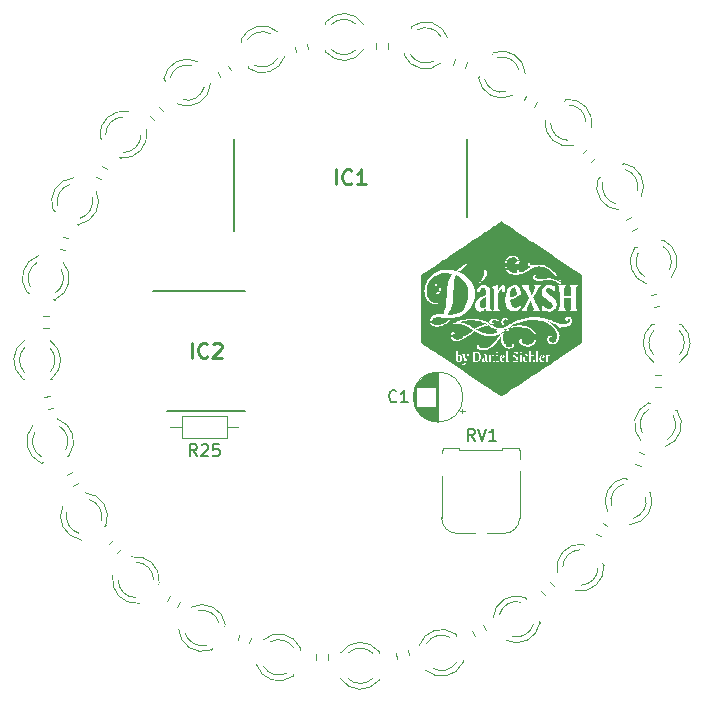
<source format=gbr>
%TF.GenerationSoftware,KiCad,Pcbnew,8.0.9*%
%TF.CreationDate,2025-12-12T10:11:10+01:00*%
%TF.ProjectId,Project,50726f6a-6563-4742-9e6b-696361645f70,rev?*%
%TF.SameCoordinates,Original*%
%TF.FileFunction,Legend,Top*%
%TF.FilePolarity,Positive*%
%FSLAX46Y46*%
G04 Gerber Fmt 4.6, Leading zero omitted, Abs format (unit mm)*
G04 Created by KiCad (PCBNEW 8.0.9) date 2025-12-12 10:11:10*
%MOMM*%
%LPD*%
G01*
G04 APERTURE LIST*
%ADD10C,0.150000*%
%ADD11C,0.254000*%
%ADD12C,0.120000*%
%ADD13C,0.200000*%
%ADD14C,0.000000*%
G04 APERTURE END LIST*
D10*
X166158942Y-108989019D02*
X165825609Y-108512828D01*
X165587514Y-108989019D02*
X165587514Y-107989019D01*
X165587514Y-107989019D02*
X165968466Y-107989019D01*
X165968466Y-107989019D02*
X166063704Y-108036638D01*
X166063704Y-108036638D02*
X166111323Y-108084257D01*
X166111323Y-108084257D02*
X166158942Y-108179495D01*
X166158942Y-108179495D02*
X166158942Y-108322352D01*
X166158942Y-108322352D02*
X166111323Y-108417590D01*
X166111323Y-108417590D02*
X166063704Y-108465209D01*
X166063704Y-108465209D02*
X165968466Y-108512828D01*
X165968466Y-108512828D02*
X165587514Y-108512828D01*
X166539895Y-108084257D02*
X166587514Y-108036638D01*
X166587514Y-108036638D02*
X166682752Y-107989019D01*
X166682752Y-107989019D02*
X166920847Y-107989019D01*
X166920847Y-107989019D02*
X167016085Y-108036638D01*
X167016085Y-108036638D02*
X167063704Y-108084257D01*
X167063704Y-108084257D02*
X167111323Y-108179495D01*
X167111323Y-108179495D02*
X167111323Y-108274733D01*
X167111323Y-108274733D02*
X167063704Y-108417590D01*
X167063704Y-108417590D02*
X166492276Y-108989019D01*
X166492276Y-108989019D02*
X167111323Y-108989019D01*
X168016085Y-107989019D02*
X167539895Y-107989019D01*
X167539895Y-107989019D02*
X167492276Y-108465209D01*
X167492276Y-108465209D02*
X167539895Y-108417590D01*
X167539895Y-108417590D02*
X167635133Y-108369971D01*
X167635133Y-108369971D02*
X167873228Y-108369971D01*
X167873228Y-108369971D02*
X167968466Y-108417590D01*
X167968466Y-108417590D02*
X168016085Y-108465209D01*
X168016085Y-108465209D02*
X168063704Y-108560447D01*
X168063704Y-108560447D02*
X168063704Y-108798542D01*
X168063704Y-108798542D02*
X168016085Y-108893780D01*
X168016085Y-108893780D02*
X167968466Y-108941400D01*
X167968466Y-108941400D02*
X167873228Y-108989019D01*
X167873228Y-108989019D02*
X167635133Y-108989019D01*
X167635133Y-108989019D02*
X167539895Y-108941400D01*
X167539895Y-108941400D02*
X167492276Y-108893780D01*
D11*
X177906437Y-85994518D02*
X177906437Y-84724518D01*
X179236914Y-85873565D02*
X179176438Y-85934042D01*
X179176438Y-85934042D02*
X178995009Y-85994518D01*
X178995009Y-85994518D02*
X178874057Y-85994518D01*
X178874057Y-85994518D02*
X178692628Y-85934042D01*
X178692628Y-85934042D02*
X178571676Y-85813089D01*
X178571676Y-85813089D02*
X178511199Y-85692137D01*
X178511199Y-85692137D02*
X178450723Y-85450232D01*
X178450723Y-85450232D02*
X178450723Y-85268803D01*
X178450723Y-85268803D02*
X178511199Y-85026899D01*
X178511199Y-85026899D02*
X178571676Y-84905946D01*
X178571676Y-84905946D02*
X178692628Y-84784994D01*
X178692628Y-84784994D02*
X178874057Y-84724518D01*
X178874057Y-84724518D02*
X178995009Y-84724518D01*
X178995009Y-84724518D02*
X179176438Y-84784994D01*
X179176438Y-84784994D02*
X179236914Y-84845470D01*
X180446438Y-85994518D02*
X179720723Y-85994518D01*
X180083580Y-85994518D02*
X180083580Y-84724518D01*
X180083580Y-84724518D02*
X179962628Y-84905946D01*
X179962628Y-84905946D02*
X179841676Y-85026899D01*
X179841676Y-85026899D02*
X179720723Y-85087375D01*
D10*
X189674561Y-107678019D02*
X189341228Y-107201828D01*
X189103133Y-107678019D02*
X189103133Y-106678019D01*
X189103133Y-106678019D02*
X189484085Y-106678019D01*
X189484085Y-106678019D02*
X189579323Y-106725638D01*
X189579323Y-106725638D02*
X189626942Y-106773257D01*
X189626942Y-106773257D02*
X189674561Y-106868495D01*
X189674561Y-106868495D02*
X189674561Y-107011352D01*
X189674561Y-107011352D02*
X189626942Y-107106590D01*
X189626942Y-107106590D02*
X189579323Y-107154209D01*
X189579323Y-107154209D02*
X189484085Y-107201828D01*
X189484085Y-107201828D02*
X189103133Y-107201828D01*
X189960276Y-106678019D02*
X190293609Y-107678019D01*
X190293609Y-107678019D02*
X190626942Y-106678019D01*
X191484085Y-107678019D02*
X190912657Y-107678019D01*
X191198371Y-107678019D02*
X191198371Y-106678019D01*
X191198371Y-106678019D02*
X191103133Y-106820876D01*
X191103133Y-106820876D02*
X191007895Y-106916114D01*
X191007895Y-106916114D02*
X190912657Y-106963733D01*
D11*
X165714437Y-100675718D02*
X165714437Y-99405718D01*
X167044914Y-100554765D02*
X166984438Y-100615242D01*
X166984438Y-100615242D02*
X166803009Y-100675718D01*
X166803009Y-100675718D02*
X166682057Y-100675718D01*
X166682057Y-100675718D02*
X166500628Y-100615242D01*
X166500628Y-100615242D02*
X166379676Y-100494289D01*
X166379676Y-100494289D02*
X166319199Y-100373337D01*
X166319199Y-100373337D02*
X166258723Y-100131432D01*
X166258723Y-100131432D02*
X166258723Y-99950003D01*
X166258723Y-99950003D02*
X166319199Y-99708099D01*
X166319199Y-99708099D02*
X166379676Y-99587146D01*
X166379676Y-99587146D02*
X166500628Y-99466194D01*
X166500628Y-99466194D02*
X166682057Y-99405718D01*
X166682057Y-99405718D02*
X166803009Y-99405718D01*
X166803009Y-99405718D02*
X166984438Y-99466194D01*
X166984438Y-99466194D02*
X167044914Y-99526670D01*
X167528723Y-99526670D02*
X167589199Y-99466194D01*
X167589199Y-99466194D02*
X167710152Y-99405718D01*
X167710152Y-99405718D02*
X168012533Y-99405718D01*
X168012533Y-99405718D02*
X168133485Y-99466194D01*
X168133485Y-99466194D02*
X168193961Y-99526670D01*
X168193961Y-99526670D02*
X168254438Y-99647622D01*
X168254438Y-99647622D02*
X168254438Y-99768575D01*
X168254438Y-99768575D02*
X168193961Y-99950003D01*
X168193961Y-99950003D02*
X167468247Y-100675718D01*
X167468247Y-100675718D02*
X168254438Y-100675718D01*
D10*
X183043533Y-104321780D02*
X182995914Y-104369400D01*
X182995914Y-104369400D02*
X182853057Y-104417019D01*
X182853057Y-104417019D02*
X182757819Y-104417019D01*
X182757819Y-104417019D02*
X182614962Y-104369400D01*
X182614962Y-104369400D02*
X182519724Y-104274161D01*
X182519724Y-104274161D02*
X182472105Y-104178923D01*
X182472105Y-104178923D02*
X182424486Y-103988447D01*
X182424486Y-103988447D02*
X182424486Y-103845590D01*
X182424486Y-103845590D02*
X182472105Y-103655114D01*
X182472105Y-103655114D02*
X182519724Y-103559876D01*
X182519724Y-103559876D02*
X182614962Y-103464638D01*
X182614962Y-103464638D02*
X182757819Y-103417019D01*
X182757819Y-103417019D02*
X182853057Y-103417019D01*
X182853057Y-103417019D02*
X182995914Y-103464638D01*
X182995914Y-103464638D02*
X183043533Y-103512257D01*
X183995914Y-104417019D02*
X183424486Y-104417019D01*
X183710200Y-104417019D02*
X183710200Y-103417019D01*
X183710200Y-103417019D02*
X183614962Y-103559876D01*
X183614962Y-103559876D02*
X183519724Y-103655114D01*
X183519724Y-103655114D02*
X183424486Y-103702733D01*
D12*
%TO.C,D3*%
X204837800Y-97830200D02*
X204681800Y-97830199D01*
X207153800Y-97830201D02*
X206997800Y-97830200D01*
X204837739Y-101061596D02*
G75*
G02*
X204682285Y-97830201I1080061J1671396D01*
G01*
X204837751Y-100431110D02*
G75*
G02*
X204837801Y-98349239I1080049J1040910D01*
G01*
X206997800Y-98349239D02*
G75*
G02*
X206997849Y-100431110I-1080000J-1040961D01*
G01*
X207153316Y-97830200D02*
G75*
G02*
X206997859Y-101061598I-1235516J-1560000D01*
G01*
%TO.C,D9*%
X183717357Y-74856742D02*
X183676981Y-75007427D01*
X184316782Y-72619658D02*
X184276406Y-72770343D01*
X184316657Y-72620126D02*
G75*
G02*
X187397712Y-73606631I1187069J-1597174D01*
G01*
X184777759Y-72904680D02*
G75*
G02*
X186788705Y-73443460I725967J-1312620D01*
G01*
X186229630Y-75529955D02*
G75*
G02*
X184218711Y-74991080I-725904J1312655D01*
G01*
X186838631Y-75693148D02*
G75*
G02*
X183677107Y-75006959I-1334905J1475848D01*
G01*
%TO.C,D8*%
X157941985Y-82007730D02*
X158052295Y-82118039D01*
X159579645Y-83645389D02*
X159689955Y-83755698D01*
X157942328Y-82008073D02*
G75*
G02*
X160337194Y-79833055I1976729J229443D01*
G01*
X158419310Y-81751023D02*
G75*
G02*
X159891381Y-80278881I1499747J-27604D01*
G01*
X161418801Y-81806303D02*
G75*
G02*
X159946661Y-83278372I-1499744J27676D01*
G01*
X161864631Y-81360489D02*
G75*
G02*
X159689612Y-83755355I-1945574J-418138D01*
G01*
%TO.C,R24*%
X174547637Y-74795896D02*
X174424823Y-74337548D01*
X175557029Y-74525430D02*
X175434215Y-74067082D01*
%TO.C,R17*%
X193807226Y-78876236D02*
X194044483Y-78465292D01*
X194712221Y-79398736D02*
X194949478Y-78987792D01*
%TO.C,R18*%
X204583091Y-95377567D02*
X205041439Y-95254753D01*
X204853557Y-96386959D02*
X205311905Y-96264145D01*
%TO.C,D12*%
X194021148Y-121093693D02*
X193943149Y-120958592D01*
X195179147Y-123099408D02*
X195101147Y-122964307D01*
X191222646Y-122709338D02*
G75*
G02*
X193943390Y-120959013I1987502J-99662D01*
G01*
X191768669Y-122394105D02*
G75*
G02*
X193571648Y-121353212I1441479J-414895D01*
G01*
X194651646Y-123223827D02*
G75*
G02*
X192848718Y-124264804I-1441498J414827D01*
G01*
X195178905Y-123098988D02*
G75*
G02*
X192302704Y-124580057I-1968757J289988D01*
G01*
%TO.C,D17*%
X190064453Y-76837907D02*
X189986452Y-76973008D01*
X191222453Y-74832192D02*
X191144452Y-74967293D01*
X191222211Y-74832612D02*
G75*
G02*
X193942954Y-76582939I733241J-1849988D01*
G01*
X191593953Y-75226812D02*
G75*
G02*
X193396931Y-76267705I361499J-1455788D01*
G01*
X192316882Y-78138405D02*
G75*
G02*
X190513953Y-77097427I-361430J1455805D01*
G01*
X192862895Y-78453658D02*
G75*
G02*
X189986694Y-76972588I-907442J1771061D01*
G01*
%TO.C,R21*%
X163831753Y-120828065D02*
X163594496Y-121239009D01*
X164736748Y-121350565D02*
X164499491Y-121761509D01*
%TO.C,R12*%
X189477096Y-123839765D02*
X189714353Y-124250709D01*
X190382091Y-123317265D02*
X190619348Y-123728209D01*
%TO.C,R5*%
X176236099Y-125772144D02*
X176236099Y-126246660D01*
X177281099Y-125772144D02*
X177281099Y-126246660D01*
%TO.C,D24*%
X169857651Y-73764760D02*
X169898027Y-73915445D01*
X170457076Y-76001844D02*
X170497452Y-76152529D01*
X169857776Y-73765228D02*
G75*
G02*
X173019302Y-73079038I1826620J-789659D01*
G01*
X170399380Y-73781107D02*
G75*
G02*
X172410300Y-73242231I1285016J-773780D01*
G01*
X172969375Y-75328727D02*
G75*
G02*
X170958429Y-75867507I-1284979J773840D01*
G01*
X173578382Y-75165556D02*
G75*
G02*
X170497327Y-76152061I-1893986J610669D01*
G01*
%TO.C,R19*%
X199974465Y-115560595D02*
X200385409Y-115797852D01*
X200496965Y-114655600D02*
X200907909Y-114892857D01*
%TO.C,R2*%
X198818526Y-83355769D02*
X199154059Y-83020236D01*
X199557453Y-84094696D02*
X199892986Y-83759163D01*
%TO.C,R15*%
X154992630Y-91559229D02*
X154534282Y-91436415D01*
X155263096Y-90549837D02*
X154804748Y-90427023D01*
%TO.C,D19*%
X202536693Y-110910400D02*
X202401594Y-110832398D01*
X204542407Y-112068400D02*
X204407307Y-111990399D01*
X200920942Y-113708840D02*
G75*
G02*
X202402012Y-110832642I1771061J907440D01*
G01*
X201236195Y-113162829D02*
G75*
G02*
X202277174Y-111359900I1455805J361430D01*
G01*
X204147788Y-112439900D02*
G75*
G02*
X203106895Y-114242878I-1455788J-361499D01*
G01*
X204541988Y-112068158D02*
G75*
G02*
X202791660Y-114788901I-1849988J-733241D01*
G01*
%TO.C,R20*%
X182987640Y-125681758D02*
X183110454Y-126140106D01*
X183997032Y-125411292D02*
X184119846Y-125869640D01*
%TO.C,R25*%
X163906400Y-106553000D02*
X164856400Y-106553000D01*
X164856400Y-105633000D02*
X164856400Y-107473000D01*
X164856400Y-107473000D02*
X168696400Y-107473000D01*
X168696400Y-105633000D02*
X164856400Y-105633000D01*
X168696400Y-107473000D02*
X168696400Y-105633000D01*
X169646400Y-106553000D02*
X168696400Y-106553000D01*
%TO.C,R14*%
X155560235Y-110356098D02*
X155149291Y-110593355D01*
X156082735Y-111261093D02*
X155671791Y-111498350D01*
%TO.C,D10*%
X200265493Y-85353452D02*
X200130392Y-85431452D01*
X202271208Y-84195453D02*
X202136107Y-84273453D01*
X201565905Y-87605931D02*
G75*
G02*
X200525012Y-85802953I414895J1441479D01*
G01*
X201881138Y-88151954D02*
G75*
G02*
X200130813Y-85431210I99662J1987502D01*
G01*
X202270788Y-84195695D02*
G75*
G02*
X203751858Y-87071895I-289988J-1968757D01*
G01*
X202395627Y-84722954D02*
G75*
G02*
X203436604Y-86525882I-414827J-1441498D01*
G01*
%TO.C,D15*%
X151754648Y-95105308D02*
X151905333Y-95145683D01*
X153991732Y-95704732D02*
X154142417Y-95745107D01*
X151755116Y-95105432D02*
G75*
G02*
X152741620Y-92024378I1597174J1187069D01*
G01*
X152039670Y-94644331D02*
G75*
G02*
X152578450Y-92633384I1312620J725968D01*
G01*
X154664945Y-93192459D02*
G75*
G02*
X154126070Y-95203378I-1312655J-725904D01*
G01*
X154828137Y-92583457D02*
G75*
G02*
X154141949Y-95744982I-1475847J-1334906D01*
G01*
%TO.C,D6*%
X161205278Y-121449646D02*
X161315586Y-121339336D01*
X162842936Y-119811986D02*
X162953244Y-119701676D01*
X160558035Y-117527000D02*
G75*
G02*
X162952901Y-119702019I418137J-1945575D01*
G01*
X160948570Y-120972321D02*
G75*
G02*
X159476428Y-119500250I27604J1499747D01*
G01*
X161003850Y-117972830D02*
G75*
G02*
X162475919Y-119444970I-27676J-1499744D01*
G01*
X161205620Y-121449303D02*
G75*
G02*
X159030602Y-119054437I-229443J1976729D01*
G01*
D13*
%TO.C,IC1*%
X169301200Y-89955200D02*
X169301199Y-82120199D01*
X188991201Y-88720201D02*
X188991199Y-82120200D01*
D12*
%TO.C,D23*%
X153978592Y-88152148D02*
X154113693Y-88230148D01*
X155984307Y-89310147D02*
X156119408Y-89388147D01*
X153979013Y-88152390D02*
G75*
G02*
X155729338Y-85431646I1849987J733242D01*
G01*
X154373211Y-87780647D02*
G75*
G02*
X155414105Y-85977668I1455789J361499D01*
G01*
X157284805Y-87057718D02*
G75*
G02*
X156243827Y-88860647I-1455805J-361430D01*
G01*
X157600058Y-86511705D02*
G75*
G02*
X156118988Y-89387906I-1771058J-907443D01*
G01*
%TO.C,D18*%
X203377143Y-91287006D02*
X203226458Y-91327381D01*
X205614227Y-90687582D02*
X205463542Y-90727957D01*
X204050260Y-93799305D02*
G75*
G02*
X203511480Y-91788358I773840J1284979D01*
G01*
X204213430Y-94408311D02*
G75*
G02*
X203226926Y-91327257I610670J1893985D01*
G01*
X205597880Y-91229310D02*
G75*
G02*
X206136756Y-93240230I-773780J-1285016D01*
G01*
X205613759Y-90687706D02*
G75*
G02*
X206299948Y-93849233I-789659J-1826620D01*
G01*
%TO.C,R6*%
X159014346Y-116133505D02*
X158678813Y-116469038D01*
X159753273Y-116872432D02*
X159417740Y-117207965D01*
%TO.C,D20*%
X188087594Y-124205343D02*
X188047220Y-124054658D01*
X188687017Y-126442427D02*
X188646643Y-126291742D01*
X184966289Y-125041630D02*
G75*
G02*
X188047343Y-124055126I1893985J-610670D01*
G01*
X185575295Y-124878460D02*
G75*
G02*
X187586242Y-124339680I1284979J-773840D01*
G01*
X188145290Y-126426080D02*
G75*
G02*
X186134370Y-126964956I-1285016J773780D01*
G01*
X188686894Y-126441959D02*
G75*
G02*
X185525367Y-127128147I-1826620J789659D01*
G01*
%TO.C,R23*%
X158024036Y-85564949D02*
X157613092Y-85327692D01*
X158546536Y-84659954D02*
X158135592Y-84422697D01*
%TO.C,D14*%
X156300594Y-116058149D02*
X156435693Y-115980147D01*
X158306307Y-114900148D02*
X158441407Y-114822147D01*
X156176174Y-115530647D02*
G75*
G02*
X155135195Y-113727718I414826J1441499D01*
G01*
X156301012Y-116057906D02*
G75*
G02*
X154819941Y-113181707I289991J1968759D01*
G01*
X156690660Y-112101645D02*
G75*
G02*
X158440988Y-114822389I-99662J-1987504D01*
G01*
X157005895Y-112647669D02*
G75*
G02*
X158046788Y-114450647I-414895J-1441479D01*
G01*
%TO.C,RV1*%
X186859800Y-108513200D02*
X186859800Y-108763200D01*
X186859800Y-114223200D02*
X186859800Y-110683200D01*
X186959800Y-108313200D02*
X186959800Y-108513200D01*
X186959800Y-108313200D02*
X188379800Y-108313200D01*
X186959800Y-108513200D02*
X186859800Y-108513200D01*
X188379800Y-108513200D02*
X188379800Y-108313200D01*
X188379800Y-108513200D02*
X191959800Y-108513200D01*
X189659800Y-115533200D02*
X188169800Y-115533200D01*
X191959800Y-108313200D02*
X193379800Y-108313200D01*
X191959800Y-108513200D02*
X191959800Y-108313200D01*
X192169800Y-115533200D02*
X190679800Y-115533200D01*
X193379800Y-108313200D02*
X193379800Y-108513200D01*
X193379800Y-108513200D02*
X193479800Y-108513200D01*
X193479800Y-108513200D02*
X193479800Y-109203200D01*
X193479800Y-110243200D02*
X193479800Y-114223200D01*
X188169800Y-115533200D02*
G75*
G02*
X186859800Y-114223200I0J1310000D01*
G01*
X193479800Y-114223200D02*
G75*
G02*
X192169800Y-115533200I-1310000J0D01*
G01*
D14*
%TO.C,G\u002A\u002A\u002A*%
G36*
X192060424Y-100454580D02*
G01*
X192082729Y-100493716D01*
X192085502Y-100543163D01*
X192074693Y-100585099D01*
X192045881Y-100613526D01*
X192022073Y-100626511D01*
X191970448Y-100649300D01*
X191942055Y-100652667D01*
X191931547Y-100634137D01*
X191933579Y-100591234D01*
X191934227Y-100585827D01*
X191950313Y-100514730D01*
X191976875Y-100464904D01*
X192010823Y-100441560D01*
X192020422Y-100440471D01*
X192060424Y-100454580D01*
G37*
G36*
X195427416Y-100455309D02*
G01*
X195453212Y-100495686D01*
X195460791Y-100545528D01*
X195453584Y-100574859D01*
X195427220Y-100599518D01*
X195386217Y-100621375D01*
X195341067Y-100641672D01*
X195309123Y-100654327D01*
X195301043Y-100656429D01*
X195296422Y-100641588D01*
X195296230Y-100603643D01*
X195298370Y-100573919D01*
X195311571Y-100502206D01*
X195335919Y-100459144D01*
X195373657Y-100441373D01*
X195387486Y-100440471D01*
X195427416Y-100455309D01*
G37*
G36*
X190573717Y-100687674D02*
G01*
X190577931Y-100724823D01*
X190577138Y-100774366D01*
X190571938Y-100826179D01*
X190562928Y-100870139D01*
X190550710Y-100896119D01*
X190513702Y-100918457D01*
X190477560Y-100918503D01*
X190454129Y-100896278D01*
X190454001Y-100895947D01*
X190445982Y-100855609D01*
X190444868Y-100805728D01*
X190450370Y-100762581D01*
X190456631Y-100746833D01*
X190479593Y-100724159D01*
X190514541Y-100698268D01*
X190548026Y-100678410D01*
X190563899Y-100673041D01*
X190573717Y-100687674D01*
G37*
G36*
X188379579Y-100476703D02*
G01*
X188409580Y-100520126D01*
X188429821Y-100591232D01*
X188439297Y-100688406D01*
X188439841Y-100713428D01*
X188435764Y-100814561D01*
X188420678Y-100886372D01*
X188393681Y-100931192D01*
X188353874Y-100951347D01*
X188347458Y-100952307D01*
X188311717Y-100949047D01*
X188286165Y-100923728D01*
X188276980Y-100907448D01*
X188263325Y-100867409D01*
X188255007Y-100807548D01*
X188251387Y-100722319D01*
X188251111Y-100682555D01*
X188251478Y-100604401D01*
X188253556Y-100552561D01*
X188258817Y-100520125D01*
X188268728Y-100500183D01*
X188284760Y-100485826D01*
X188294320Y-100479374D01*
X188340824Y-100462581D01*
X188379579Y-100476703D01*
G37*
G36*
X189816931Y-100231618D02*
G01*
X189889472Y-100258735D01*
X189950768Y-100299555D01*
X189994206Y-100356285D01*
X190021589Y-100433198D01*
X190034725Y-100534562D01*
X190036526Y-100606592D01*
X190032776Y-100706427D01*
X190020450Y-100780880D01*
X189997072Y-100837228D01*
X189960168Y-100882750D01*
X189935338Y-100904145D01*
X189891106Y-100925802D01*
X189833732Y-100937578D01*
X189775837Y-100938621D01*
X189730043Y-100928083D01*
X189716304Y-100918901D01*
X189708926Y-100895209D01*
X189703129Y-100844757D01*
X189698914Y-100773970D01*
X189696281Y-100689274D01*
X189695230Y-100597097D01*
X189695761Y-100503863D01*
X189697874Y-100415999D01*
X189701569Y-100339931D01*
X189706846Y-100282085D01*
X189713704Y-100248888D01*
X189716304Y-100244447D01*
X189757078Y-100226395D01*
X189816931Y-100231618D01*
G37*
G36*
X193063538Y-94706429D02*
G01*
X193099680Y-94737759D01*
X193147506Y-94807081D01*
X193182936Y-94907038D01*
X193205995Y-95037716D01*
X193213223Y-95119683D01*
X193216913Y-95198723D01*
X193215590Y-95252456D01*
X193208628Y-95288511D01*
X193197524Y-95311397D01*
X193172464Y-95333840D01*
X193123724Y-95365549D01*
X193058281Y-95402981D01*
X192983111Y-95442592D01*
X192905189Y-95480839D01*
X192831492Y-95514177D01*
X192768995Y-95539063D01*
X192724676Y-95551954D01*
X192723625Y-95552131D01*
X192666942Y-95561329D01*
X192673499Y-95297270D01*
X192677447Y-95181300D01*
X192683167Y-95092657D01*
X192691275Y-95025460D01*
X192702390Y-94973833D01*
X192709934Y-94950150D01*
X192757480Y-94847255D01*
X192817283Y-94773195D01*
X192892845Y-94724757D01*
X192983106Y-94699436D01*
X193030327Y-94695445D01*
X193063538Y-94706429D01*
G37*
G36*
X190570269Y-95529953D02*
G01*
X190578425Y-95537115D01*
X190584454Y-95554117D01*
X190588564Y-95584924D01*
X190590962Y-95633501D01*
X190591855Y-95703814D01*
X190591450Y-95799829D01*
X190590158Y-95910660D01*
X190585121Y-96281802D01*
X190538331Y-96343100D01*
X190500414Y-96387051D01*
X190462207Y-96422789D01*
X190451750Y-96430471D01*
X190389239Y-96456436D01*
X190318359Y-96463804D01*
X190254225Y-96451537D01*
X190240510Y-96444997D01*
X190204515Y-96414072D01*
X190169424Y-96367595D01*
X190159894Y-96350710D01*
X190144265Y-96316086D01*
X190134580Y-96280806D01*
X190129900Y-96236539D01*
X190129289Y-96174954D01*
X190131442Y-96097857D01*
X190135424Y-96012118D01*
X190141443Y-95949947D01*
X190151387Y-95901687D01*
X190167147Y-95857681D01*
X190186513Y-95816438D01*
X190221993Y-95756187D01*
X190263415Y-95701257D01*
X190292393Y-95671923D01*
X190344652Y-95633600D01*
X190405429Y-95596101D01*
X190466772Y-95563489D01*
X190520726Y-95539828D01*
X190559339Y-95529180D01*
X190570269Y-95529953D01*
G37*
G36*
X188113450Y-93667632D02*
G01*
X188172840Y-93694045D01*
X188236623Y-93725866D01*
X188418274Y-93831377D01*
X188575454Y-93955231D01*
X188714069Y-94102315D01*
X188755814Y-94155544D01*
X188891418Y-94358443D01*
X188996607Y-94567469D01*
X189074189Y-94788767D01*
X189107658Y-94925232D01*
X189124915Y-95036591D01*
X189135578Y-95168606D01*
X189139618Y-95310861D01*
X189137010Y-95452941D01*
X189127728Y-95584429D01*
X189111744Y-95694911D01*
X189109639Y-95705038D01*
X189048796Y-95935150D01*
X188969928Y-96147597D01*
X188874611Y-96339774D01*
X188764416Y-96509076D01*
X188640917Y-96652897D01*
X188505687Y-96768634D01*
X188442151Y-96810424D01*
X188337321Y-96862710D01*
X188206515Y-96910719D01*
X188056927Y-96952084D01*
X187933100Y-96977984D01*
X187872795Y-96987068D01*
X187797372Y-96995715D01*
X187713094Y-97003533D01*
X187626227Y-97010129D01*
X187543034Y-97015114D01*
X187469780Y-97018094D01*
X187412731Y-97018679D01*
X187378151Y-97016477D01*
X187370667Y-97013139D01*
X187379163Y-96995700D01*
X187402040Y-96957022D01*
X187435375Y-96903596D01*
X187459989Y-96865274D01*
X187528303Y-96756199D01*
X187581621Y-96660716D01*
X187625984Y-96566700D01*
X187667434Y-96462029D01*
X187684309Y-96415151D01*
X187717392Y-96314761D01*
X187745576Y-96213409D01*
X187769519Y-96106642D01*
X187789880Y-95990003D01*
X187807316Y-95859038D01*
X187822486Y-95709292D01*
X187836048Y-95536310D01*
X187848659Y-95335637D01*
X187851643Y-95282394D01*
X187864431Y-95054500D01*
X187876204Y-94856381D01*
X187887292Y-94684612D01*
X187898022Y-94535771D01*
X187908722Y-94406435D01*
X187919721Y-94293180D01*
X187931346Y-94192584D01*
X187943927Y-94101222D01*
X187957790Y-94015672D01*
X187973264Y-93932511D01*
X187987817Y-93861667D01*
X188007649Y-93769802D01*
X188024864Y-93707339D01*
X188044726Y-93671405D01*
X188072500Y-93659127D01*
X188113450Y-93667632D01*
G37*
G36*
X192253920Y-89323862D02*
G01*
X192421674Y-89433910D01*
X192568762Y-89530758D01*
X192702424Y-89619235D01*
X192829901Y-89704170D01*
X192958432Y-89790391D01*
X193095258Y-89882728D01*
X193247620Y-89986010D01*
X193297595Y-90019957D01*
X193386646Y-90080313D01*
X193501201Y-90157703D01*
X193639136Y-90250701D01*
X193798328Y-90357886D01*
X193976655Y-90477832D01*
X194171992Y-90609117D01*
X194382218Y-90750318D01*
X194605209Y-90900010D01*
X194838841Y-91056770D01*
X195080993Y-91219174D01*
X195329540Y-91385799D01*
X195582361Y-91555222D01*
X195837331Y-91726019D01*
X196092328Y-91896766D01*
X196345228Y-92066040D01*
X196593909Y-92232417D01*
X196836248Y-92394474D01*
X197070121Y-92550787D01*
X197293405Y-92699932D01*
X197503978Y-92840487D01*
X197529006Y-92857184D01*
X198725081Y-93655139D01*
X198725081Y-96545287D01*
X198725081Y-99435435D01*
X196972498Y-100602827D01*
X196640127Y-100824175D01*
X196322138Y-101035849D01*
X196015232Y-101240040D01*
X195716107Y-101438937D01*
X195421463Y-101634729D01*
X195127999Y-101829607D01*
X194832414Y-102025761D01*
X194531408Y-102225380D01*
X194221679Y-102430655D01*
X193899927Y-102643775D01*
X193562852Y-102866930D01*
X193207152Y-103102309D01*
X192829527Y-103352103D01*
X192524434Y-103553863D01*
X192400994Y-103635319D01*
X192285774Y-103711028D01*
X192181806Y-103779024D01*
X192092119Y-103837339D01*
X192019743Y-103884005D01*
X191967708Y-103917055D01*
X191939046Y-103934523D01*
X191934702Y-103936740D01*
X191919042Y-103928299D01*
X191877111Y-103902235D01*
X191810234Y-103859427D01*
X191719736Y-103800750D01*
X191606945Y-103727081D01*
X191473186Y-103639298D01*
X191319785Y-103538277D01*
X191148068Y-103424895D01*
X190959361Y-103300029D01*
X190754991Y-103164556D01*
X190536282Y-103019353D01*
X190304562Y-102865295D01*
X190061156Y-102703261D01*
X189807390Y-102534127D01*
X189544591Y-102358770D01*
X189274084Y-102178067D01*
X189181393Y-102116102D01*
X188898467Y-101926928D01*
X188617119Y-101738810D01*
X188339094Y-101552917D01*
X188066136Y-101370413D01*
X187799990Y-101192465D01*
X187721887Y-101140245D01*
X188591208Y-101140245D01*
X188593288Y-101201302D01*
X188607188Y-101230224D01*
X188644838Y-101260219D01*
X188699500Y-101272558D01*
X188759774Y-101266799D01*
X188814256Y-101242504D01*
X188819742Y-101238418D01*
X188856355Y-101199114D01*
X188879345Y-101159510D01*
X188896229Y-101114843D01*
X188921662Y-101045702D01*
X188934164Y-101011274D01*
X189475175Y-101011274D01*
X189476107Y-101012520D01*
X189499497Y-101018907D01*
X189548361Y-101021456D01*
X189615229Y-101020643D01*
X189692632Y-101016943D01*
X189773100Y-101010832D01*
X189849163Y-101002787D01*
X189913353Y-100993283D01*
X189958199Y-100982796D01*
X189961691Y-100981581D01*
X190047341Y-100937803D01*
X190112037Y-100875220D01*
X190115424Y-100868989D01*
X190294996Y-100868989D01*
X190306615Y-100941055D01*
X190340915Y-100991028D01*
X190395026Y-101016128D01*
X190447618Y-101016862D01*
X190499980Y-101002711D01*
X190542988Y-100979345D01*
X190549005Y-100974028D01*
X190582769Y-100940264D01*
X190600942Y-100976927D01*
X190632941Y-101008512D01*
X190679091Y-101018456D01*
X190723930Y-101005284D01*
X190820206Y-101005284D01*
X190958894Y-101005284D01*
X191097583Y-101005284D01*
X191451468Y-101005284D01*
X191590157Y-101005284D01*
X191728845Y-101005284D01*
X191691931Y-100965990D01*
X191678383Y-100950096D01*
X191668754Y-100932222D01*
X191662502Y-100906983D01*
X191659083Y-100868994D01*
X191657954Y-100812871D01*
X191658573Y-100733230D01*
X191659964Y-100648878D01*
X191660253Y-100632633D01*
X191791279Y-100632633D01*
X191792034Y-100697748D01*
X191793237Y-100727107D01*
X191801323Y-100820535D01*
X191818184Y-100888266D01*
X191847305Y-100937403D01*
X191892171Y-100975049D01*
X191923581Y-100992799D01*
X192005254Y-101019119D01*
X192083462Y-101012589D01*
X192121562Y-100997073D01*
X192173245Y-100959375D01*
X192209242Y-100912040D01*
X192221419Y-100869191D01*
X192218089Y-100853490D01*
X192203505Y-100854831D01*
X192170777Y-100874582D01*
X192160958Y-100881194D01*
X192096452Y-100914465D01*
X192042051Y-100918232D01*
X191999759Y-100897966D01*
X191976539Y-100870147D01*
X191954538Y-100828233D01*
X191938326Y-100783838D01*
X191932472Y-100748577D01*
X191936147Y-100736291D01*
X191955785Y-100724814D01*
X191998036Y-100704537D01*
X192054790Y-100679300D01*
X192071909Y-100671980D01*
X192131526Y-100645131D01*
X192178975Y-100620819D01*
X192206005Y-100603362D01*
X192208705Y-100600425D01*
X192222172Y-100551134D01*
X192208780Y-100493123D01*
X192170449Y-100434278D01*
X192167429Y-100430927D01*
X192126783Y-100392715D01*
X192088170Y-100375243D01*
X192043556Y-100371080D01*
X191957919Y-100385057D01*
X191886145Y-100428990D01*
X191829470Y-100502103D01*
X191826720Y-100507135D01*
X191807005Y-100547950D01*
X191795731Y-100586242D01*
X191791279Y-100632633D01*
X191660253Y-100632633D01*
X191664911Y-100371059D01*
X191603591Y-100380887D01*
X191548486Y-100392492D01*
X191499179Y-100407109D01*
X191497347Y-100407795D01*
X191452423Y-100424875D01*
X191488065Y-100462815D01*
X191502834Y-100481153D01*
X191512865Y-100503293D01*
X191519063Y-100535609D01*
X191522328Y-100584476D01*
X191523565Y-100656268D01*
X191523708Y-100714572D01*
X191523283Y-100803543D01*
X191521397Y-100865684D01*
X191517136Y-100907385D01*
X191509586Y-100935033D01*
X191497830Y-100955020D01*
X191487588Y-100966836D01*
X191451468Y-101005284D01*
X191097583Y-101005284D01*
X191061463Y-100966836D01*
X191041432Y-100934869D01*
X191029302Y-100887359D01*
X191024760Y-100819977D01*
X191027494Y-100728398D01*
X191036288Y-100617783D01*
X191044102Y-100554068D01*
X191054869Y-100514461D01*
X191071903Y-100489852D01*
X191087082Y-100478117D01*
X191117399Y-100461851D01*
X191139613Y-100466694D01*
X191163469Y-100488088D01*
X191177999Y-100505230D01*
X191188437Y-100526862D01*
X191195751Y-100558898D01*
X191200910Y-100607250D01*
X191204881Y-100677832D01*
X191208077Y-100760651D01*
X191216383Y-100996978D01*
X191303597Y-101001999D01*
X191361243Y-101001706D01*
X191387557Y-100992017D01*
X191383223Y-100972423D01*
X191365892Y-100955448D01*
X191355416Y-100940196D01*
X191348179Y-100911411D01*
X191343663Y-100864005D01*
X191341351Y-100792887D01*
X191340729Y-100708384D01*
X191339344Y-100600598D01*
X191334537Y-100520781D01*
X191324932Y-100463744D01*
X191309150Y-100424296D01*
X191285814Y-100397245D01*
X191253546Y-100377401D01*
X191252802Y-100377043D01*
X191194065Y-100365842D01*
X191130945Y-100380681D01*
X191074551Y-100418207D01*
X191058827Y-100435608D01*
X191025343Y-100478176D01*
X191025343Y-100426099D01*
X191022751Y-100393398D01*
X191010370Y-100378053D01*
X190981293Y-100377950D01*
X190928613Y-100390974D01*
X190919291Y-100393630D01*
X190870826Y-100407901D01*
X190848788Y-100418663D01*
X190847923Y-100432413D01*
X190862977Y-100455644D01*
X190865833Y-100459705D01*
X190877442Y-100483391D01*
X190885286Y-100519221D01*
X190889977Y-100573009D01*
X190892124Y-100650571D01*
X190892446Y-100713044D01*
X190892027Y-100802358D01*
X190890168Y-100864812D01*
X190885964Y-100906762D01*
X190878510Y-100934568D01*
X190866900Y-100954589D01*
X190856326Y-100966836D01*
X190820206Y-101005284D01*
X190723930Y-101005284D01*
X190726565Y-101004510D01*
X190733142Y-101000121D01*
X190754065Y-100981159D01*
X190752789Y-100961856D01*
X190737280Y-100937578D01*
X190725529Y-100914589D01*
X190717525Y-100881173D01*
X190712641Y-100831405D01*
X190710251Y-100759361D01*
X190709712Y-100676896D01*
X190709421Y-100586951D01*
X190707897Y-100523950D01*
X190704163Y-100481613D01*
X190697242Y-100453661D01*
X190686157Y-100433815D01*
X190669932Y-100415794D01*
X190668937Y-100414797D01*
X190637504Y-100389928D01*
X190599673Y-100377625D01*
X190542848Y-100374048D01*
X190535214Y-100374022D01*
X190443222Y-100382206D01*
X190378910Y-100407404D01*
X190340862Y-100450589D01*
X190327665Y-100512732D01*
X190327632Y-100516584D01*
X190335157Y-100547621D01*
X190363695Y-100556707D01*
X190367537Y-100556756D01*
X190401704Y-100546224D01*
X190423732Y-100509978D01*
X190424612Y-100507504D01*
X190454305Y-100462873D01*
X190484595Y-100447506D01*
X190533564Y-100447179D01*
X190564111Y-100473662D01*
X190574191Y-100524855D01*
X190573501Y-100538722D01*
X190568653Y-100570135D01*
X190556066Y-100593778D01*
X190529259Y-100616145D01*
X190481751Y-100643726D01*
X190453920Y-100658505D01*
X190379551Y-100702130D01*
X190331882Y-100743607D01*
X190305661Y-100789894D01*
X190295634Y-100847947D01*
X190294996Y-100868989D01*
X190115424Y-100868989D01*
X190158229Y-100790246D01*
X190188372Y-100679293D01*
X190194582Y-100640894D01*
X190200619Y-100519749D01*
X190184596Y-100408742D01*
X190148280Y-100313075D01*
X190093433Y-100237949D01*
X190052220Y-100205957D01*
X191497320Y-100205957D01*
X191499617Y-100229515D01*
X191522403Y-100270922D01*
X191556796Y-100300358D01*
X191581329Y-100307573D01*
X191607470Y-100298752D01*
X191636297Y-100281713D01*
X191667756Y-100242145D01*
X191669365Y-100190946D01*
X191656021Y-100156972D01*
X191637454Y-100140314D01*
X192307385Y-100140314D01*
X192318123Y-100161520D01*
X192332211Y-100177784D01*
X192341309Y-100191183D01*
X192348080Y-100211403D01*
X192352781Y-100242787D01*
X192355669Y-100289673D01*
X192357001Y-100356404D01*
X192357035Y-100447318D01*
X192356027Y-100566757D01*
X192355908Y-100577784D01*
X192354227Y-100701471D01*
X192352021Y-100796110D01*
X192348972Y-100865876D01*
X192344764Y-100914947D01*
X192339077Y-100947497D01*
X192331596Y-100967702D01*
X192325602Y-100976213D01*
X192314637Y-100990723D01*
X192317716Y-100999382D01*
X192340179Y-101003692D01*
X192387366Y-101005152D01*
X192429071Y-101005284D01*
X192493461Y-101004856D01*
X192529950Y-101002518D01*
X192543862Y-100996688D01*
X192540517Y-100985784D01*
X192531319Y-100974905D01*
X192522830Y-100962139D01*
X192516260Y-100942255D01*
X192511373Y-100911287D01*
X192507931Y-100865271D01*
X192507176Y-100843316D01*
X192869520Y-100843316D01*
X192870230Y-100919557D01*
X192875945Y-100968849D01*
X192892645Y-100997296D01*
X192926308Y-101011001D01*
X192982914Y-101016066D01*
X193040434Y-101017767D01*
X193118432Y-101018644D01*
X193172252Y-101015369D01*
X193210813Y-101006718D01*
X193243034Y-100991466D01*
X193246317Y-100989489D01*
X193308204Y-100939028D01*
X193344328Y-100875880D01*
X193358343Y-100793037D01*
X193358814Y-100773596D01*
X193355100Y-100709525D01*
X193340061Y-100657919D01*
X193309101Y-100611978D01*
X193257624Y-100564905D01*
X193181036Y-100509901D01*
X193180195Y-100509333D01*
X193108491Y-100459544D01*
X193080271Y-100437270D01*
X193459216Y-100437270D01*
X193474343Y-100455652D01*
X193485661Y-100472502D01*
X193493178Y-100497307D01*
X193497396Y-100535821D01*
X193498815Y-100593800D01*
X193497938Y-100677000D01*
X193497097Y-100716872D01*
X193494196Y-100803149D01*
X193489908Y-100879125D01*
X193484754Y-100937779D01*
X193479257Y-100972091D01*
X193477810Y-100976213D01*
X193473639Y-100991199D01*
X193483170Y-100999936D01*
X193512441Y-101004073D01*
X193567496Y-101005257D01*
X193584414Y-101005284D01*
X193645924Y-101004811D01*
X193679613Y-101002217D01*
X193690879Y-100995741D01*
X193685123Y-100983621D01*
X193677558Y-100974905D01*
X193667341Y-100959203D01*
X193659950Y-100934810D01*
X193654956Y-100896773D01*
X193651930Y-100840136D01*
X193650443Y-100759944D01*
X193650343Y-100732742D01*
X193766350Y-100732742D01*
X193777810Y-100838187D01*
X193811299Y-100921280D01*
X193865479Y-100980348D01*
X193939013Y-101013720D01*
X193996722Y-101020844D01*
X194038819Y-101015060D01*
X194055886Y-101005284D01*
X194209087Y-101005284D01*
X194356883Y-101005284D01*
X194426300Y-101004898D01*
X194467158Y-101003013D01*
X194484117Y-100998543D01*
X194481841Y-100990401D01*
X194467757Y-100979424D01*
X194452842Y-100967148D01*
X194442594Y-100950974D01*
X194436141Y-100925028D01*
X194432612Y-100883437D01*
X194431134Y-100820326D01*
X194430837Y-100730625D01*
X194431089Y-100640593D01*
X194432463Y-100577922D01*
X194435882Y-100536748D01*
X194442272Y-100511207D01*
X194452555Y-100495436D01*
X194467656Y-100483572D01*
X194470026Y-100482007D01*
X194517548Y-100465531D01*
X194557103Y-100480612D01*
X194581619Y-100518573D01*
X194587704Y-100550824D01*
X194592646Y-100607949D01*
X194595907Y-100681603D01*
X194596958Y-100755825D01*
X194597777Y-100835477D01*
X194600004Y-100904430D01*
X194603291Y-100955025D01*
X194607042Y-100979007D01*
X194625553Y-100996524D01*
X194667531Y-101004410D01*
X194698409Y-101005284D01*
X194824379Y-101005284D01*
X194962747Y-101005284D01*
X195101115Y-101005284D01*
X195064995Y-100966836D01*
X195054007Y-100954041D01*
X195045508Y-100939170D01*
X195039178Y-100918098D01*
X195034698Y-100886698D01*
X195031749Y-100840842D01*
X195030012Y-100776406D01*
X195029660Y-100740088D01*
X195146357Y-100740088D01*
X195150460Y-100788913D01*
X195164903Y-100834989D01*
X195184619Y-100877947D01*
X195236296Y-100953884D01*
X195301183Y-101002679D01*
X195374653Y-101022723D01*
X195452082Y-101012407D01*
X195467137Y-101005284D01*
X195654988Y-101005284D01*
X195793355Y-101005284D01*
X195931723Y-101005284D01*
X195895603Y-100966836D01*
X195879019Y-100945810D01*
X195868416Y-100920325D01*
X195862494Y-100882878D01*
X195859954Y-100825969D01*
X195859483Y-100758359D01*
X195861670Y-100662354D01*
X195868654Y-100593892D01*
X195881074Y-100547553D01*
X195885362Y-100538286D01*
X195913700Y-100502951D01*
X195943089Y-100494592D01*
X195965782Y-100513311D01*
X195972896Y-100537118D01*
X195984772Y-100565142D01*
X196005301Y-100563785D01*
X196030258Y-100534292D01*
X196039252Y-100517564D01*
X196053629Y-100461339D01*
X196041799Y-100414465D01*
X196006854Y-100384146D01*
X195979021Y-100377151D01*
X195940573Y-100378618D01*
X195913349Y-100397792D01*
X195893148Y-100426987D01*
X195859607Y-100482001D01*
X195859545Y-100428012D01*
X195854779Y-100391267D01*
X195843253Y-100374177D01*
X195841921Y-100374022D01*
X195807801Y-100378563D01*
X195761122Y-100389792D01*
X195714038Y-100404121D01*
X195678703Y-100417964D01*
X195667400Y-100425546D01*
X195670487Y-100446961D01*
X195689446Y-100481231D01*
X195694044Y-100487678D01*
X195709098Y-100510824D01*
X195718868Y-100536298D01*
X195724197Y-100571098D01*
X195725926Y-100622222D01*
X195724898Y-100696668D01*
X195723876Y-100735524D01*
X195720653Y-100823724D01*
X195716114Y-100885124D01*
X195709239Y-100926147D01*
X195699011Y-100953217D01*
X195686634Y-100970368D01*
X195654988Y-101005284D01*
X195467137Y-101005284D01*
X195502559Y-100988525D01*
X195538065Y-100958324D01*
X195568609Y-100918758D01*
X195588393Y-100879540D01*
X195591620Y-100850380D01*
X195588320Y-100844869D01*
X195570858Y-100848283D01*
X195539049Y-100868710D01*
X195526667Y-100878626D01*
X195467542Y-100914598D01*
X195412013Y-100918417D01*
X195365301Y-100896704D01*
X195339066Y-100867141D01*
X195316429Y-100823442D01*
X195301432Y-100777016D01*
X195298115Y-100739272D01*
X195304339Y-100724612D01*
X195326319Y-100712365D01*
X195370684Y-100692462D01*
X195428662Y-100668793D01*
X195441064Y-100663971D01*
X195518098Y-100629969D01*
X195565863Y-100597110D01*
X195587960Y-100561711D01*
X195587992Y-100520090D01*
X195586800Y-100514959D01*
X195555013Y-100448195D01*
X195502069Y-100398138D01*
X195436176Y-100369340D01*
X195365541Y-100366356D01*
X195334097Y-100374761D01*
X195257184Y-100418531D01*
X195201502Y-100484568D01*
X195165774Y-100574946D01*
X195150053Y-100673485D01*
X195146357Y-100740088D01*
X195029660Y-100740088D01*
X195029167Y-100689261D01*
X195028895Y-100575282D01*
X195028875Y-100499895D01*
X195028875Y-100071401D01*
X194985406Y-100082311D01*
X194934428Y-100094215D01*
X194894039Y-100102801D01*
X194855723Y-100119271D01*
X194848492Y-100145003D01*
X194871922Y-100175392D01*
X194880393Y-100186385D01*
X194886652Y-100206113D01*
X194890918Y-100238731D01*
X194893414Y-100288391D01*
X194894359Y-100359248D01*
X194893974Y-100455456D01*
X194892687Y-100566106D01*
X194890827Y-100687304D01*
X194888700Y-100779725D01*
X194885903Y-100847813D01*
X194882033Y-100896015D01*
X194876688Y-100928777D01*
X194869463Y-100950545D01*
X194859955Y-100965764D01*
X194856025Y-100970353D01*
X194824379Y-101005284D01*
X194698409Y-101005284D01*
X194753341Y-101001768D01*
X194776944Y-100990499D01*
X194770438Y-100970401D01*
X194754774Y-100955448D01*
X194744557Y-100940683D01*
X194737438Y-100912859D01*
X194732935Y-100866986D01*
X194730568Y-100798076D01*
X194729857Y-100701140D01*
X194729856Y-100696852D01*
X194729545Y-100602702D01*
X194728062Y-100535686D01*
X194724582Y-100489715D01*
X194718282Y-100458699D01*
X194708336Y-100436550D01*
X194693919Y-100417178D01*
X194691612Y-100414475D01*
X194640717Y-100378549D01*
X194578158Y-100368264D01*
X194513196Y-100383449D01*
X194460391Y-100418695D01*
X194411262Y-100465389D01*
X194423351Y-100275963D01*
X194435440Y-100086536D01*
X194395761Y-100097391D01*
X194351975Y-100107586D01*
X194298577Y-100117852D01*
X194293786Y-100118666D01*
X194248030Y-100129941D01*
X194233422Y-100145085D01*
X194247892Y-100167198D01*
X194256409Y-100174676D01*
X194264750Y-100186439D01*
X194271061Y-100208754D01*
X194275603Y-100245668D01*
X194278635Y-100301230D01*
X194280419Y-100379490D01*
X194281215Y-100484496D01*
X194281327Y-100561872D01*
X194281197Y-100681532D01*
X194280536Y-100772497D01*
X194278941Y-100839297D01*
X194276008Y-100886463D01*
X194271332Y-100918523D01*
X194264511Y-100940008D01*
X194255138Y-100955447D01*
X194245207Y-100966836D01*
X194209087Y-101005284D01*
X194055886Y-101005284D01*
X194079024Y-100992030D01*
X194117160Y-100957402D01*
X194155185Y-100914441D01*
X194177619Y-100879649D01*
X194183701Y-100857463D01*
X194172673Y-100852320D01*
X194143776Y-100868655D01*
X194130543Y-100879216D01*
X194070371Y-100916264D01*
X194017465Y-100922198D01*
X193973708Y-100898690D01*
X193940979Y-100847412D01*
X193921159Y-100770035D01*
X193915860Y-100688436D01*
X193921199Y-100580960D01*
X193937240Y-100504823D01*
X193964019Y-100459900D01*
X193983548Y-100448383D01*
X194017994Y-100444641D01*
X194044354Y-100462605D01*
X194069201Y-100507331D01*
X194073613Y-100517640D01*
X194099312Y-100560531D01*
X194125571Y-100570494D01*
X194161573Y-100550552D01*
X194176154Y-100514624D01*
X194170932Y-100470666D01*
X194147521Y-100426630D01*
X194107540Y-100390473D01*
X194086818Y-100379808D01*
X194012832Y-100364440D01*
X193943237Y-100378901D01*
X193881092Y-100419821D01*
X193829458Y-100483830D01*
X193791394Y-100567560D01*
X193769958Y-100667641D01*
X193766350Y-100732742D01*
X193650343Y-100732742D01*
X193650065Y-100657425D01*
X193650065Y-100370325D01*
X193590149Y-100381565D01*
X193536580Y-100393904D01*
X193489643Y-100408243D01*
X193488283Y-100408754D01*
X193459693Y-100422252D01*
X193459216Y-100437270D01*
X193080271Y-100437270D01*
X193060691Y-100421815D01*
X193032188Y-100391145D01*
X193018378Y-100362534D01*
X193014654Y-100330980D01*
X193014650Y-100329583D01*
X193029329Y-100281800D01*
X193068228Y-100250156D01*
X193112767Y-100241125D01*
X193150364Y-100253123D01*
X193196490Y-100283185D01*
X193240259Y-100322415D01*
X193270784Y-100361914D01*
X193276616Y-100375045D01*
X193290723Y-100404907D01*
X193303007Y-100404070D01*
X193312260Y-100375051D01*
X193317271Y-100320371D01*
X193317822Y-100289160D01*
X193317359Y-100227991D01*
X193316540Y-100218704D01*
X193483943Y-100218704D01*
X193496534Y-100269984D01*
X193528717Y-100300033D01*
X193572112Y-100305063D01*
X193618338Y-100281283D01*
X193619686Y-100280081D01*
X193643364Y-100240963D01*
X193649029Y-100192648D01*
X193635453Y-100151070D01*
X193630130Y-100144774D01*
X193599067Y-100129424D01*
X193567004Y-100124840D01*
X193517704Y-100135873D01*
X193490721Y-100170374D01*
X193483943Y-100218704D01*
X193316540Y-100218704D01*
X193314316Y-100193482D01*
X193306210Y-100179073D01*
X193290559Y-100178199D01*
X193277025Y-100181314D01*
X193235844Y-100183377D01*
X193181516Y-100176277D01*
X193162179Y-100171748D01*
X193072118Y-100161585D01*
X192994622Y-100179929D01*
X192933707Y-100223800D01*
X192893386Y-100290216D01*
X192877674Y-100376197D01*
X192877599Y-100383059D01*
X192882199Y-100443343D01*
X192899006Y-100493321D01*
X192932527Y-100539331D01*
X192987271Y-100587713D01*
X193060172Y-100639708D01*
X193148439Y-100707143D01*
X193204459Y-100768486D01*
X193228161Y-100823570D01*
X193219476Y-100872229D01*
X193178335Y-100914298D01*
X193176034Y-100915828D01*
X193123277Y-100932140D01*
X193062971Y-100922942D01*
X193003040Y-100892126D01*
X192951405Y-100843585D01*
X192919269Y-100789663D01*
X192898725Y-100750265D01*
X192883451Y-100743462D01*
X192873675Y-100769009D01*
X192869622Y-100826661D01*
X192869520Y-100843316D01*
X192507176Y-100843316D01*
X192505695Y-100800243D01*
X192504429Y-100712236D01*
X192503894Y-100597287D01*
X192503826Y-100516133D01*
X192503826Y-100087740D01*
X192466448Y-100098850D01*
X192424412Y-100108967D01*
X192371919Y-100118774D01*
X192366775Y-100119587D01*
X192322377Y-100128399D01*
X192307385Y-100140314D01*
X191637454Y-100140314D01*
X191626899Y-100130844D01*
X191587164Y-100126994D01*
X191546120Y-100141106D01*
X191513071Y-100168865D01*
X191497320Y-100205957D01*
X190052220Y-100205957D01*
X190045216Y-100200520D01*
X190018272Y-100186903D01*
X189987167Y-100177199D01*
X189945631Y-100170628D01*
X189887391Y-100166411D01*
X189806176Y-100163767D01*
X189739927Y-100162551D01*
X189652093Y-100161800D01*
X189575946Y-100162291D01*
X189517721Y-100163897D01*
X189483655Y-100166488D01*
X189477856Y-100167949D01*
X189477977Y-100184882D01*
X189496315Y-100216092D01*
X189505865Y-100228178D01*
X189548788Y-100279189D01*
X189543671Y-100599410D01*
X189541719Y-100710466D01*
X189539525Y-100793241D01*
X189536505Y-100852676D01*
X189532074Y-100893711D01*
X189525646Y-100921287D01*
X189516636Y-100940347D01*
X189504460Y-100955830D01*
X189501025Y-100959537D01*
X189478952Y-100990058D01*
X189475175Y-101011274D01*
X188934164Y-101011274D01*
X188953163Y-100958955D01*
X188988252Y-100861467D01*
X189024451Y-100760107D01*
X189059279Y-100661740D01*
X189066405Y-100641487D01*
X189094157Y-100568892D01*
X189123129Y-100503578D01*
X189148863Y-100455191D01*
X189159636Y-100439743D01*
X189185059Y-100406988D01*
X189197696Y-100385725D01*
X189198005Y-100384083D01*
X189182910Y-100378776D01*
X189143675Y-100375131D01*
X189098332Y-100374022D01*
X189036623Y-100377510D01*
X189003342Y-100387405D01*
X189000198Y-100402851D01*
X189015271Y-100415553D01*
X189027769Y-100438273D01*
X189031883Y-100469543D01*
X189027711Y-100504694D01*
X189016797Y-100556734D01*
X189001543Y-100617140D01*
X188984351Y-100677390D01*
X188967623Y-100728961D01*
X188953763Y-100763329D01*
X188946430Y-100772714D01*
X188935960Y-100758198D01*
X188918658Y-100720089D01*
X188897471Y-100666550D01*
X188875344Y-100605741D01*
X188855224Y-100545824D01*
X188840055Y-100494958D01*
X188832785Y-100461307D01*
X188832537Y-100457195D01*
X188840367Y-100425756D01*
X188849149Y-100415553D01*
X188865128Y-100394315D01*
X188865762Y-100389654D01*
X188850802Y-100382530D01*
X188812422Y-100377482D01*
X188760371Y-100374677D01*
X188704400Y-100374278D01*
X188654256Y-100376451D01*
X188619689Y-100381362D01*
X188610809Y-100385329D01*
X188613210Y-100403609D01*
X188633798Y-100433834D01*
X188638656Y-100439319D01*
X188657793Y-100469216D01*
X188685155Y-100523990D01*
X188717822Y-100597221D01*
X188752877Y-100682485D01*
X188773764Y-100736545D01*
X188869718Y-100991089D01*
X188840520Y-101055837D01*
X188802830Y-101120842D01*
X188762782Y-101157994D01*
X188723622Y-101166203D01*
X188688594Y-101144380D01*
X188669442Y-101113272D01*
X188646060Y-101084243D01*
X188620630Y-101085509D01*
X188598935Y-101115075D01*
X188591208Y-101140245D01*
X187721887Y-101140245D01*
X187542400Y-101020240D01*
X187295113Y-100854905D01*
X187059872Y-100697626D01*
X186838422Y-100549569D01*
X186632508Y-100411902D01*
X186443874Y-100285790D01*
X186274267Y-100172400D01*
X186190549Y-100116433D01*
X188062101Y-100116433D01*
X188068221Y-100133821D01*
X188076555Y-100146309D01*
X188084478Y-100162689D01*
X188090599Y-100189023D01*
X188095130Y-100229193D01*
X188098283Y-100287083D01*
X188100272Y-100366577D01*
X188101307Y-100471558D01*
X188101602Y-100604557D01*
X188101690Y-100733557D01*
X188102137Y-100832869D01*
X188103214Y-100906031D01*
X188105193Y-100956579D01*
X188108346Y-100988050D01*
X188112945Y-101003981D01*
X188119263Y-101007909D01*
X188127571Y-101003370D01*
X188131981Y-100999553D01*
X188161795Y-100978237D01*
X188179266Y-100972060D01*
X188204383Y-100978964D01*
X188243831Y-100995891D01*
X188250093Y-100998960D01*
X188324182Y-101019089D01*
X188398514Y-101009893D01*
X188467007Y-100974663D01*
X188523580Y-100916691D01*
X188562152Y-100839268D01*
X188565436Y-100828272D01*
X188578651Y-100752898D01*
X188582542Y-100665721D01*
X188577154Y-100581841D01*
X188564482Y-100521857D01*
X188528132Y-100449944D01*
X188477896Y-100400141D01*
X188419556Y-100374693D01*
X188358896Y-100375846D01*
X188301697Y-100405844D01*
X188291006Y-100415678D01*
X188249351Y-100457334D01*
X188252241Y-100262015D01*
X188252219Y-100186281D01*
X188250019Y-100124768D01*
X188246024Y-100083823D01*
X188240662Y-100069780D01*
X188215716Y-100074539D01*
X188173850Y-100082099D01*
X188168051Y-100083125D01*
X188106832Y-100094665D01*
X188073243Y-100104574D01*
X188062101Y-100116433D01*
X186190549Y-100116433D01*
X186125429Y-100072899D01*
X185999107Y-99988453D01*
X185897044Y-99920229D01*
X185825735Y-99872566D01*
X185695795Y-99785525D01*
X185636746Y-99745788D01*
X189850823Y-99745788D01*
X189878383Y-99830650D01*
X189935026Y-99904223D01*
X190017764Y-99963900D01*
X190123610Y-100007074D01*
X190161510Y-100016896D01*
X190255530Y-100030381D01*
X190368615Y-100034632D01*
X190488033Y-100030036D01*
X190601048Y-100016981D01*
X190676488Y-100001197D01*
X190819978Y-99950421D01*
X190962962Y-99874800D01*
X191106696Y-99773172D01*
X191252440Y-99644377D01*
X191401452Y-99487251D01*
X191554990Y-99300634D01*
X191714313Y-99083363D01*
X191788652Y-98974656D01*
X191824293Y-98924213D01*
X191853566Y-98887766D01*
X191871422Y-98871445D01*
X191873705Y-98871327D01*
X191879125Y-98889687D01*
X191885373Y-98934290D01*
X191891633Y-98998195D01*
X191896540Y-99065459D01*
X191909019Y-99211713D01*
X191927263Y-99331088D01*
X191952760Y-99429653D01*
X191986995Y-99513478D01*
X192020775Y-99572615D01*
X192114394Y-99689319D01*
X192227243Y-99779128D01*
X192359930Y-99842434D01*
X192489860Y-99875891D01*
X192606652Y-99885057D01*
X192717995Y-99873086D01*
X192819384Y-99842426D01*
X192906314Y-99795524D01*
X192974278Y-99734829D01*
X193018772Y-99662789D01*
X193035289Y-99581852D01*
X193035305Y-99579513D01*
X193029437Y-99523437D01*
X193006705Y-99480873D01*
X192986856Y-99459075D01*
X192937795Y-99423675D01*
X192888845Y-99411018D01*
X192848645Y-99422710D01*
X192839215Y-99431644D01*
X192830335Y-99458682D01*
X192825197Y-99507245D01*
X192824722Y-99554400D01*
X192824004Y-99618042D01*
X192815597Y-99659748D01*
X192797142Y-99690380D01*
X192794539Y-99693381D01*
X192731556Y-99740884D01*
X192650945Y-99768068D01*
X192561504Y-99774754D01*
X192472031Y-99760760D01*
X192391326Y-99725904D01*
X192359036Y-99702359D01*
X192330377Y-99674298D01*
X192325284Y-99654448D01*
X192337146Y-99635453D01*
X192347405Y-99617461D01*
X192342373Y-99598692D01*
X192318044Y-99572068D01*
X192284516Y-99542514D01*
X192222982Y-99474843D01*
X192171874Y-99384534D01*
X192129574Y-99268092D01*
X192098142Y-99140224D01*
X192079246Y-99013024D01*
X192073615Y-98885284D01*
X192080615Y-98763973D01*
X192099613Y-98656060D01*
X192129977Y-98568514D01*
X192153719Y-98528211D01*
X192175515Y-98496954D01*
X192184193Y-98480831D01*
X192183784Y-98480235D01*
X192167988Y-98487778D01*
X192129172Y-98508262D01*
X192073348Y-98538471D01*
X192013014Y-98571602D01*
X191946186Y-98607969D01*
X191890056Y-98637470D01*
X191850938Y-98656856D01*
X191835526Y-98662969D01*
X191821211Y-98676373D01*
X191799792Y-98709997D01*
X191791477Y-98725548D01*
X191757292Y-98782796D01*
X191704528Y-98858963D01*
X191637408Y-98948804D01*
X191560157Y-99047073D01*
X191476996Y-99148527D01*
X191392150Y-99247920D01*
X191309841Y-99340006D01*
X191234294Y-99419541D01*
X191225827Y-99428049D01*
X191092714Y-99554351D01*
X190970234Y-99655730D01*
X190852820Y-99736270D01*
X190734904Y-99800057D01*
X190693100Y-99818915D01*
X190633850Y-99842168D01*
X190580588Y-99856332D01*
X190520943Y-99863612D01*
X190442544Y-99866213D01*
X190427002Y-99866345D01*
X190339085Y-99864926D01*
X190274541Y-99858491D01*
X190223723Y-99845734D01*
X190197527Y-99835280D01*
X190126757Y-99786291D01*
X190075068Y-99715640D01*
X190047959Y-99631989D01*
X190045225Y-99595423D01*
X190038786Y-99541590D01*
X190018013Y-99517062D01*
X189980727Y-99520737D01*
X189939622Y-99541945D01*
X189881760Y-99595276D01*
X189852203Y-99665530D01*
X189850823Y-99745788D01*
X185636746Y-99745788D01*
X185573388Y-99703151D01*
X185461499Y-99627480D01*
X185363112Y-99560548D01*
X185281212Y-99504390D01*
X185218783Y-99461042D01*
X185178811Y-99432541D01*
X185165402Y-99422167D01*
X185128024Y-99388113D01*
X185128054Y-98822524D01*
X187620959Y-98822524D01*
X187626371Y-98874127D01*
X187641585Y-98922363D01*
X187662972Y-98969088D01*
X187727268Y-99064462D01*
X187817176Y-99145638D01*
X187926498Y-99208001D01*
X188030742Y-99242932D01*
X188089428Y-99254392D01*
X188141771Y-99257445D01*
X188198099Y-99251257D01*
X188268740Y-99234990D01*
X188325654Y-99219072D01*
X188499797Y-99158130D01*
X188686457Y-99073947D01*
X188879027Y-98970450D01*
X189070899Y-98851565D01*
X189255464Y-98721220D01*
X189426115Y-98583340D01*
X189486557Y-98529217D01*
X189600681Y-98423805D01*
X189555325Y-98384791D01*
X189509969Y-98345778D01*
X189416283Y-98434386D01*
X189275184Y-98557426D01*
X189130978Y-98663848D01*
X189014105Y-98735342D01*
X188957676Y-98765138D01*
X188921090Y-98780135D01*
X188895571Y-98782413D01*
X188872344Y-98774052D01*
X188865762Y-98770483D01*
X188817146Y-98752342D01*
X188778548Y-98746619D01*
X188747792Y-98749878D01*
X188735179Y-98767323D01*
X188732864Y-98804125D01*
X188717228Y-98865176D01*
X188673850Y-98926547D01*
X188608031Y-98985061D01*
X188525069Y-99037542D01*
X188430263Y-99080812D01*
X188328912Y-99111695D01*
X188226316Y-99127012D01*
X188192494Y-99128110D01*
X188083967Y-99115662D01*
X187979588Y-99081042D01*
X187888037Y-99028337D01*
X187817995Y-98961635D01*
X187807131Y-98946677D01*
X187778931Y-98885096D01*
X187770101Y-98819598D01*
X187778674Y-98757473D01*
X187802683Y-98706009D01*
X187840160Y-98672496D01*
X187883514Y-98663690D01*
X187933535Y-98664811D01*
X187958874Y-98656202D01*
X187967794Y-98632435D01*
X187968705Y-98607722D01*
X187954560Y-98547457D01*
X187917368Y-98503245D01*
X187864990Y-98478953D01*
X187805288Y-98478450D01*
X187752253Y-98501219D01*
X187691269Y-98550400D01*
X187652558Y-98603927D01*
X187631165Y-98671408D01*
X187622589Y-98752765D01*
X187620959Y-98822524D01*
X185128054Y-98822524D01*
X185128176Y-96521257D01*
X185128256Y-95018671D01*
X185413111Y-95018671D01*
X185421769Y-95165134D01*
X185434238Y-95249169D01*
X185480613Y-95434000D01*
X185549259Y-95601524D01*
X185637888Y-95749766D01*
X185744210Y-95876751D01*
X185865939Y-95980503D01*
X186000784Y-96059049D01*
X186146457Y-96110411D01*
X186300669Y-96132617D01*
X186449593Y-96125391D01*
X186520099Y-96114802D01*
X186563130Y-96105505D01*
X186584212Y-96094964D01*
X186588874Y-96080642D01*
X186584087Y-96063684D01*
X186571737Y-96049023D01*
X186544494Y-96043973D01*
X186494182Y-96047291D01*
X186483950Y-96048456D01*
X186379918Y-96046411D01*
X186264764Y-96019834D01*
X186145636Y-95971945D01*
X186029681Y-95905963D01*
X185924047Y-95825107D01*
X185869428Y-95771696D01*
X185795720Y-95676301D01*
X185726706Y-95557302D01*
X185667460Y-95424317D01*
X185633289Y-95323924D01*
X185620036Y-95271710D01*
X185610935Y-95215582D01*
X185605353Y-95148086D01*
X185602654Y-95061769D01*
X185602175Y-94958456D01*
X185604298Y-94827976D01*
X185611245Y-94721299D01*
X185625079Y-94629121D01*
X185645020Y-94552980D01*
X186282214Y-94552980D01*
X186287149Y-94566524D01*
X186308218Y-94596833D01*
X186341943Y-94608517D01*
X186366830Y-94609601D01*
X186410669Y-94604713D01*
X186431703Y-94587028D01*
X186435572Y-94576377D01*
X186457002Y-94550698D01*
X186496459Y-94543262D01*
X186543853Y-94554610D01*
X186569809Y-94569168D01*
X186613761Y-94616046D01*
X186649010Y-94683169D01*
X186669715Y-94757682D01*
X186672794Y-94795826D01*
X186658103Y-94884261D01*
X186617286Y-94977429D01*
X186554658Y-95066753D01*
X186515811Y-95107966D01*
X186459163Y-95165095D01*
X186426171Y-95206589D01*
X186414173Y-95237089D01*
X186420505Y-95261238D01*
X186424655Y-95266843D01*
X186464249Y-95290762D01*
X186517394Y-95289029D01*
X186578168Y-95262915D01*
X186631457Y-95222449D01*
X186713468Y-95126250D01*
X186767890Y-95017131D01*
X186793648Y-94900362D01*
X186789671Y-94781214D01*
X186754887Y-94664956D01*
X186747937Y-94650107D01*
X186684635Y-94556638D01*
X186596039Y-94478116D01*
X186488800Y-94420357D01*
X186482305Y-94417827D01*
X186433326Y-94401796D01*
X186399133Y-94400122D01*
X186364864Y-94412169D01*
X186363649Y-94412750D01*
X186311459Y-94451049D01*
X186283019Y-94500395D01*
X186282214Y-94552980D01*
X185645020Y-94552980D01*
X185647860Y-94542137D01*
X185681651Y-94451041D01*
X185728512Y-94346530D01*
X185745711Y-94310582D01*
X185785589Y-94231159D01*
X185821698Y-94169004D01*
X185861100Y-94114377D01*
X185910853Y-94057537D01*
X185978017Y-93988744D01*
X185981525Y-93985248D01*
X186149734Y-93836730D01*
X186328040Y-93717499D01*
X186520669Y-93625390D01*
X186731847Y-93558235D01*
X186872302Y-93528471D01*
X187023656Y-93507125D01*
X187170741Y-93498631D01*
X187325136Y-93502838D01*
X187498419Y-93519596D01*
X187504195Y-93520312D01*
X187609713Y-93534478D01*
X187684472Y-93546983D01*
X187730866Y-93558333D01*
X187751290Y-93569034D01*
X187752747Y-93572781D01*
X187743408Y-93588059D01*
X187718949Y-93622088D01*
X187685409Y-93666524D01*
X187648930Y-93719698D01*
X187605309Y-93791875D01*
X187561149Y-93871807D01*
X187536461Y-93920196D01*
X187483076Y-94040533D01*
X187437856Y-94169202D01*
X187400060Y-94310123D01*
X187368949Y-94467220D01*
X187343782Y-94644414D01*
X187323819Y-94845628D01*
X187308319Y-95074783D01*
X187304432Y-95149496D01*
X187294217Y-95345940D01*
X187283072Y-95538019D01*
X187271302Y-95721680D01*
X187259208Y-95892866D01*
X187247094Y-96047522D01*
X187235263Y-96181594D01*
X187224018Y-96291026D01*
X187213662Y-96371763D01*
X187212578Y-96378796D01*
X187171395Y-96568260D01*
X187110499Y-96747399D01*
X187054821Y-96866743D01*
X187002736Y-96964465D01*
X186709102Y-96972866D01*
X186573064Y-96978204D01*
X186464177Y-96986373D01*
X186376405Y-96998617D01*
X186303715Y-97016178D01*
X186240069Y-97040301D01*
X186179434Y-97072229D01*
X186155460Y-97086963D01*
X186075289Y-97147556D01*
X185998714Y-97222551D01*
X185934519Y-97302300D01*
X185891657Y-97376755D01*
X185867802Y-97461069D01*
X185859543Y-97557099D01*
X185867182Y-97650303D01*
X185884689Y-97712456D01*
X185940682Y-97805236D01*
X186023018Y-97884249D01*
X186127124Y-97947892D01*
X186248428Y-97994565D01*
X186382357Y-98022666D01*
X186524336Y-98030594D01*
X186669793Y-98016746D01*
X186722792Y-98005967D01*
X186933529Y-97940229D01*
X187137287Y-97844477D01*
X187250998Y-97771644D01*
X187819191Y-97771644D01*
X187834736Y-97772212D01*
X187877141Y-97771889D01*
X187940055Y-97770763D01*
X188017130Y-97768923D01*
X188022690Y-97768776D01*
X188287640Y-97777801D01*
X188547507Y-97818641D01*
X188798953Y-97890565D01*
X189031883Y-97989455D01*
X189090101Y-98021225D01*
X189168503Y-98067916D01*
X189260191Y-98125207D01*
X189358262Y-98188780D01*
X189455815Y-98254315D01*
X189463799Y-98259794D01*
X189651613Y-98386072D01*
X189819358Y-98492354D01*
X189971561Y-98580985D01*
X190112744Y-98654310D01*
X190247431Y-98714673D01*
X190380147Y-98764420D01*
X190515415Y-98805895D01*
X190519570Y-98807039D01*
X190711165Y-98843251D01*
X190916396Y-98851535D01*
X191132075Y-98832610D01*
X191355010Y-98787196D01*
X191582013Y-98716014D01*
X191809892Y-98619783D01*
X192035459Y-98499222D01*
X192122918Y-98445249D01*
X192169958Y-98413787D01*
X192283565Y-98413787D01*
X192378361Y-98413787D01*
X192436659Y-98411431D01*
X192475184Y-98401361D01*
X192507231Y-98379073D01*
X192521716Y-98365228D01*
X192556730Y-98320168D01*
X192569555Y-98269698D01*
X192570274Y-98247889D01*
X192570274Y-98179108D01*
X192484590Y-98225845D01*
X192423836Y-98266355D01*
X192365312Y-98317035D01*
X192341235Y-98343185D01*
X192283565Y-98413787D01*
X192169958Y-98413787D01*
X192183734Y-98404573D01*
X192236766Y-98366117D01*
X192273356Y-98336266D01*
X192281028Y-98328642D01*
X192302179Y-98303752D01*
X192300726Y-98297431D01*
X192279561Y-98302653D01*
X192178233Y-98324007D01*
X192054930Y-98337924D01*
X191919772Y-98344314D01*
X191782880Y-98343087D01*
X191654372Y-98334153D01*
X191544368Y-98317423D01*
X191511249Y-98309475D01*
X191463426Y-98298579D01*
X191431748Y-98295403D01*
X191424035Y-98298551D01*
X191436626Y-98315684D01*
X191439372Y-98316882D01*
X191458749Y-98330467D01*
X191493906Y-98360320D01*
X191531456Y-98394608D01*
X191573802Y-98437296D01*
X191593043Y-98465529D01*
X191592599Y-98484861D01*
X191589634Y-98489171D01*
X191562743Y-98506703D01*
X191510700Y-98529111D01*
X191440788Y-98554082D01*
X191360291Y-98579305D01*
X191276495Y-98602466D01*
X191196683Y-98621253D01*
X191141628Y-98631420D01*
X190965151Y-98645141D01*
X190772566Y-98635894D01*
X190570897Y-98604563D01*
X190367168Y-98552030D01*
X190281147Y-98523308D01*
X190175624Y-98479414D01*
X190046347Y-98414968D01*
X189894935Y-98330872D01*
X189723006Y-98228022D01*
X189616925Y-98160924D01*
X189713050Y-98160924D01*
X189726328Y-98175141D01*
X189760324Y-98198695D01*
X189789307Y-98215984D01*
X189865497Y-98259058D01*
X189967820Y-98203649D01*
X190028751Y-98174307D01*
X190108938Y-98140706D01*
X190195763Y-98107968D01*
X190244571Y-98091270D01*
X190400833Y-98044439D01*
X190542776Y-98010296D01*
X190665748Y-97989764D01*
X190765099Y-97983763D01*
X190783457Y-97984493D01*
X190834190Y-97986943D01*
X190857431Y-97984591D01*
X190858794Y-97975438D01*
X190847684Y-97961634D01*
X190824901Y-97944872D01*
X190780876Y-97918421D01*
X190723385Y-97886373D01*
X190660204Y-97852818D01*
X190599110Y-97821846D01*
X190547879Y-97797549D01*
X190514287Y-97784015D01*
X190507189Y-97782524D01*
X190497344Y-97796867D01*
X190490704Y-97827810D01*
X190484406Y-97853167D01*
X190467661Y-97871126D01*
X190432995Y-97886689D01*
X190377469Y-97903580D01*
X190240665Y-97942894D01*
X190130052Y-97976437D01*
X190039538Y-98006288D01*
X189963030Y-98034528D01*
X189894435Y-98063238D01*
X189850032Y-98083695D01*
X189789893Y-98113551D01*
X189743198Y-98139068D01*
X189716661Y-98156461D01*
X189713050Y-98160924D01*
X189616925Y-98160924D01*
X189532178Y-98107320D01*
X189530733Y-98106385D01*
X189381622Y-98011039D01*
X189254135Y-97932925D01*
X189143005Y-97869766D01*
X189042964Y-97819285D01*
X188948742Y-97779206D01*
X188855071Y-97747252D01*
X188756683Y-97721145D01*
X188648309Y-97698610D01*
X188545977Y-97680819D01*
X188485595Y-97669445D01*
X188440395Y-97658080D01*
X188418246Y-97648789D01*
X188417233Y-97647028D01*
X188431722Y-97635554D01*
X188468245Y-97621524D01*
X188487835Y-97615925D01*
X188548368Y-97600206D01*
X188607205Y-97584977D01*
X188616579Y-97582557D01*
X188748727Y-97553642D01*
X188899999Y-97529145D01*
X189061979Y-97509749D01*
X189226253Y-97496139D01*
X189384403Y-97488998D01*
X189528014Y-97489011D01*
X189648670Y-97496862D01*
X189657733Y-97497930D01*
X189781288Y-97518467D01*
X189926462Y-97551365D01*
X190085157Y-97594124D01*
X190249277Y-97644244D01*
X190410724Y-97699225D01*
X190561402Y-97756567D01*
X190693214Y-97813771D01*
X190715814Y-97824592D01*
X190783548Y-97862643D01*
X190862810Y-97914753D01*
X190940854Y-97972293D01*
X190975199Y-98000201D01*
X191074310Y-98079357D01*
X191163451Y-98138353D01*
X191253507Y-98182893D01*
X191355363Y-98218683D01*
X191432347Y-98239777D01*
X191651461Y-98284596D01*
X191855879Y-98302858D01*
X192050100Y-98293751D01*
X192238622Y-98256462D01*
X192425945Y-98190180D01*
X192558301Y-98123464D01*
X192691189Y-98123464D01*
X192694866Y-98125198D01*
X192785323Y-98108616D01*
X192901729Y-98096352D01*
X193037093Y-98088384D01*
X193184425Y-98084690D01*
X193336733Y-98085247D01*
X193487028Y-98090034D01*
X193628318Y-98099029D01*
X193753613Y-98112209D01*
X193852621Y-98128837D01*
X194059051Y-98184423D01*
X194243964Y-98257232D01*
X194405153Y-98345977D01*
X194540407Y-98449369D01*
X194647516Y-98566121D01*
X194677839Y-98609736D01*
X194737684Y-98731765D01*
X194767636Y-98860183D01*
X194768969Y-98990130D01*
X194742959Y-99116747D01*
X194690882Y-99235175D01*
X194614013Y-99340555D01*
X194513627Y-99428027D01*
X194453533Y-99464310D01*
X194321592Y-99519504D01*
X194188570Y-99548855D01*
X194059340Y-99552600D01*
X193938775Y-99530978D01*
X193831749Y-99484229D01*
X193760714Y-99430391D01*
X193710400Y-99374881D01*
X193682189Y-99319913D01*
X193672364Y-99254469D01*
X193675991Y-99179293D01*
X193681070Y-99118648D01*
X193680200Y-99081783D01*
X193671565Y-99059509D01*
X193653353Y-99042642D01*
X193648290Y-99039030D01*
X193598294Y-99015141D01*
X193552471Y-99020497D01*
X193503596Y-99056133D01*
X193499278Y-99060383D01*
X193472130Y-99091193D01*
X193457557Y-99122202D01*
X193451824Y-99165316D01*
X193451084Y-99214046D01*
X193462026Y-99321423D01*
X193496671Y-99411571D01*
X193558988Y-99493415D01*
X193587763Y-99521469D01*
X193700146Y-99608154D01*
X193822590Y-99669215D01*
X193959852Y-99706226D01*
X194116694Y-99720759D01*
X194189960Y-99720527D01*
X194277908Y-99716989D01*
X194342499Y-99710832D01*
X194393591Y-99700338D01*
X194441040Y-99683793D01*
X194467710Y-99672151D01*
X194590684Y-99599556D01*
X194691256Y-99503900D01*
X194770163Y-99384165D01*
X194828139Y-99239339D01*
X194853074Y-99140509D01*
X194875662Y-98962262D01*
X194867289Y-98795841D01*
X194827895Y-98641120D01*
X194757420Y-98497976D01*
X194655802Y-98366282D01*
X194522981Y-98245914D01*
X194367677Y-98141844D01*
X194200026Y-98059813D01*
X194011514Y-97997873D01*
X193800836Y-97955824D01*
X193566688Y-97933465D01*
X193307766Y-97930597D01*
X193071079Y-97943034D01*
X193004934Y-97949112D01*
X192955949Y-97957815D01*
X192913228Y-97973142D01*
X192865874Y-97999095D01*
X192802992Y-98039672D01*
X192796978Y-98043660D01*
X192743730Y-98080256D01*
X192707071Y-98107973D01*
X192691189Y-98123464D01*
X192558301Y-98123464D01*
X192616567Y-98094094D01*
X192769702Y-97998427D01*
X193028355Y-97843237D01*
X193304139Y-97714290D01*
X193598560Y-97611038D01*
X193913123Y-97532933D01*
X194164072Y-97490402D01*
X194432173Y-97464896D01*
X194695937Y-97462352D01*
X194953061Y-97481727D01*
X195201243Y-97521980D01*
X195438179Y-97582070D01*
X195661567Y-97660955D01*
X195869104Y-97757595D01*
X196058486Y-97870948D01*
X196227412Y-97999973D01*
X196373577Y-98143628D01*
X196494679Y-98300872D01*
X196588415Y-98470663D01*
X196640793Y-98610285D01*
X196668943Y-98751837D01*
X196669854Y-98893012D01*
X196644686Y-99027954D01*
X196594602Y-99150807D01*
X196520762Y-99255716D01*
X196510642Y-99266529D01*
X196443603Y-99327191D01*
X196381076Y-99362205D01*
X196313803Y-99376163D01*
X196288071Y-99376927D01*
X196192098Y-99361443D01*
X196107284Y-99319205D01*
X196039444Y-99255013D01*
X195994392Y-99173663D01*
X195981526Y-99123930D01*
X195980998Y-99061049D01*
X195995459Y-98996392D01*
X196021041Y-98943808D01*
X196036664Y-98926478D01*
X196059028Y-98915095D01*
X196080389Y-98927825D01*
X196092467Y-98941762D01*
X196120416Y-98970857D01*
X196144138Y-98974593D01*
X196175002Y-98953057D01*
X196186503Y-98942480D01*
X196219662Y-98896657D01*
X196224226Y-98853402D01*
X196204818Y-98815948D01*
X196166061Y-98787528D01*
X196112579Y-98771374D01*
X196048993Y-98770718D01*
X195979926Y-98788792D01*
X195971690Y-98792285D01*
X195929170Y-98814345D01*
X195897917Y-98841566D01*
X195869716Y-98883044D01*
X195842482Y-98935342D01*
X195813472Y-98998446D01*
X195798637Y-99045529D01*
X195795091Y-99089080D01*
X195798144Y-99127271D01*
X195816009Y-99212323D01*
X195851162Y-99287976D01*
X195909177Y-99365575D01*
X195922718Y-99380891D01*
X196013170Y-99458215D01*
X196116219Y-99506331D01*
X196227360Y-99524515D01*
X196342087Y-99512045D01*
X196455895Y-99468196D01*
X196458300Y-99466903D01*
X196546474Y-99408545D01*
X196634810Y-99331861D01*
X196712289Y-99247371D01*
X196760988Y-99177946D01*
X196815555Y-99054464D01*
X196847044Y-98915509D01*
X196854494Y-98770397D01*
X196836948Y-98628444D01*
X196822971Y-98575457D01*
X196787211Y-98486869D01*
X196731813Y-98383795D01*
X196661675Y-98274154D01*
X196581691Y-98165863D01*
X196534341Y-98108664D01*
X196460574Y-98031012D01*
X196365916Y-97942798D01*
X196258010Y-97850483D01*
X196144496Y-97760529D01*
X196033017Y-97679394D01*
X196000525Y-97657349D01*
X195942222Y-97617489D01*
X195896884Y-97584441D01*
X195869970Y-97562315D01*
X195865107Y-97555404D01*
X195885814Y-97555456D01*
X195930355Y-97567558D01*
X195992613Y-97589386D01*
X196066470Y-97618615D01*
X196145808Y-97652918D01*
X196224509Y-97689973D01*
X196241563Y-97698481D01*
X196472425Y-97828905D01*
X196680859Y-97975166D01*
X196863392Y-98134606D01*
X196987794Y-98269094D01*
X197033080Y-98322120D01*
X197070155Y-98363096D01*
X197094261Y-98386905D01*
X197100821Y-98390674D01*
X197098934Y-98372176D01*
X197085523Y-98332214D01*
X197064092Y-98278955D01*
X197038147Y-98220565D01*
X197011194Y-98165210D01*
X196986737Y-98121057D01*
X196981682Y-98113114D01*
X196942022Y-98053185D01*
X197135841Y-98061133D01*
X197297241Y-98061018D01*
X197434194Y-98045119D01*
X197552361Y-98011702D01*
X197657404Y-97959029D01*
X197754983Y-97885365D01*
X197778101Y-97864198D01*
X197857369Y-97771555D01*
X197908701Y-97673514D01*
X197933384Y-97574159D01*
X197932701Y-97477575D01*
X197907937Y-97387846D01*
X197860377Y-97309056D01*
X197791305Y-97245289D01*
X197702007Y-97200631D01*
X197593767Y-97179164D01*
X197562230Y-97177881D01*
X197476809Y-97184841D01*
X197415002Y-97210212D01*
X197370551Y-97257857D01*
X197344030Y-97312635D01*
X197327490Y-97359763D01*
X197323941Y-97391108D01*
X197333749Y-97421615D01*
X197347324Y-97447825D01*
X197389443Y-97500345D01*
X197435300Y-97523294D01*
X197490055Y-97531367D01*
X197524560Y-97516147D01*
X197541939Y-97474801D01*
X197545618Y-97423354D01*
X197545618Y-97342302D01*
X197603099Y-97342302D01*
X197645682Y-97348041D01*
X197677435Y-97370746D01*
X197700099Y-97400445D01*
X197725173Y-97445718D01*
X197734005Y-97491557D01*
X197731911Y-97541235D01*
X197723562Y-97594355D01*
X197705523Y-97633000D01*
X197670074Y-97671639D01*
X197655064Y-97685238D01*
X197559134Y-97748696D01*
X197439447Y-97790848D01*
X197298064Y-97811298D01*
X197137046Y-97809650D01*
X197052845Y-97800822D01*
X196956294Y-97786067D01*
X196863456Y-97767317D01*
X196768352Y-97742765D01*
X196665003Y-97710603D01*
X196547429Y-97669021D01*
X196409652Y-97616213D01*
X196307352Y-97575384D01*
X196120293Y-97501304D01*
X195956969Y-97440172D01*
X195811276Y-97390325D01*
X195677109Y-97350098D01*
X195548364Y-97317829D01*
X195418938Y-97291852D01*
X195282727Y-97270504D01*
X195133625Y-97252122D01*
X195113113Y-97249878D01*
X194954297Y-97238817D01*
X194772888Y-97236516D01*
X194578207Y-97242481D01*
X194379570Y-97256218D01*
X194186296Y-97277233D01*
X194007702Y-97305031D01*
X193982308Y-97309842D01*
X193919682Y-97324059D01*
X193833728Y-97346364D01*
X193732652Y-97374385D01*
X193624663Y-97405752D01*
X193517966Y-97438094D01*
X193420770Y-97469040D01*
X193359352Y-97489800D01*
X193125705Y-97579082D01*
X192914067Y-97676504D01*
X192713348Y-97787316D01*
X192653335Y-97824125D01*
X192506030Y-97913451D01*
X192377818Y-97983744D01*
X192262460Y-98037471D01*
X192153721Y-98077101D01*
X192045365Y-98105102D01*
X191931155Y-98123943D01*
X191881681Y-98129544D01*
X191722542Y-98136693D01*
X191583801Y-98122488D01*
X191459134Y-98085321D01*
X191342219Y-98023584D01*
X191274525Y-97975148D01*
X191210100Y-97930072D01*
X191154432Y-97904981D01*
X191104357Y-97895004D01*
X191014648Y-97869128D01*
X190937046Y-97815593D01*
X190879040Y-97739640D01*
X190877062Y-97735879D01*
X190847598Y-97690699D01*
X190821770Y-97663831D01*
X190909472Y-97663831D01*
X190930798Y-97733187D01*
X190978475Y-97792555D01*
X191025985Y-97824387D01*
X191070408Y-97842055D01*
X191107015Y-97848973D01*
X191153045Y-97840120D01*
X191203420Y-97818047D01*
X191245770Y-97789479D01*
X191267568Y-97761664D01*
X191271590Y-97728438D01*
X191254284Y-97720642D01*
X191227204Y-97731342D01*
X191172261Y-97746855D01*
X191128001Y-97732952D01*
X191099604Y-97692981D01*
X191091792Y-97643831D01*
X191104106Y-97579901D01*
X191142928Y-97530775D01*
X191211079Y-97492995D01*
X191216462Y-97490899D01*
X191319200Y-97469270D01*
X191435486Y-97477230D01*
X191564476Y-97514420D01*
X191705325Y-97580484D01*
X191857190Y-97675065D01*
X192019226Y-97797805D01*
X192096828Y-97863520D01*
X192174080Y-97927258D01*
X192231902Y-97966649D01*
X192269689Y-97981378D01*
X192286837Y-97971130D01*
X192287868Y-97962816D01*
X192278016Y-97940029D01*
X192252773Y-97902315D01*
X192231914Y-97875478D01*
X192174183Y-97800004D01*
X192125967Y-97727313D01*
X192091086Y-97663884D01*
X192073358Y-97616195D01*
X192071909Y-97604019D01*
X192087199Y-97536451D01*
X192127795Y-97477555D01*
X192185791Y-97435189D01*
X192253280Y-97417211D01*
X192260036Y-97417057D01*
X192300926Y-97422586D01*
X192354094Y-97436397D01*
X192370928Y-97441975D01*
X192431460Y-97459304D01*
X192481354Y-97466243D01*
X192513076Y-97462259D01*
X192520438Y-97452521D01*
X192511017Y-97430886D01*
X192487976Y-97396953D01*
X192484366Y-97392292D01*
X192422734Y-97338645D01*
X192341562Y-97302496D01*
X192250550Y-97285560D01*
X192159393Y-97289552D01*
X192077791Y-97316188D01*
X192071976Y-97319342D01*
X192014427Y-97365818D01*
X191968666Y-97428870D01*
X191942295Y-97496628D01*
X191938758Y-97527298D01*
X191935133Y-97573995D01*
X191922184Y-97596197D01*
X191895846Y-97594342D01*
X191852057Y-97568873D01*
X191813647Y-97540875D01*
X191747099Y-97494845D01*
X191667348Y-97445868D01*
X191591555Y-97404477D01*
X191590918Y-97404159D01*
X191528173Y-97374081D01*
X191479192Y-97355731D01*
X191431254Y-97346238D01*
X191371639Y-97342732D01*
X191316817Y-97342302D01*
X191241179Y-97343404D01*
X191187509Y-97348257D01*
X191144584Y-97359179D01*
X191101179Y-97378488D01*
X191075558Y-97392139D01*
X190997540Y-97448641D01*
X190943449Y-97516278D01*
X190913891Y-97589768D01*
X190909472Y-97663831D01*
X190821770Y-97663831D01*
X190814871Y-97656654D01*
X190808333Y-97652120D01*
X190745894Y-97621470D01*
X190656300Y-97587431D01*
X190545248Y-97551566D01*
X190418437Y-97515438D01*
X190281565Y-97480612D01*
X190140330Y-97448650D01*
X190000430Y-97421117D01*
X189912328Y-97406245D01*
X189783609Y-97391065D01*
X189633921Y-97381445D01*
X189472970Y-97377373D01*
X189310462Y-97378839D01*
X189156103Y-97385832D01*
X189019599Y-97398340D01*
X188957128Y-97407316D01*
X188815314Y-97434208D01*
X188664656Y-97468106D01*
X188510988Y-97507265D01*
X188360144Y-97549939D01*
X188217956Y-97594382D01*
X188090257Y-97638847D01*
X187982882Y-97681590D01*
X187901663Y-97720864D01*
X187893047Y-97725789D01*
X187851379Y-97750660D01*
X187824596Y-97767513D01*
X187819191Y-97771644D01*
X187250998Y-97771644D01*
X187328689Y-97721882D01*
X187502355Y-97575616D01*
X187570213Y-97506264D01*
X187644767Y-97425363D01*
X187582181Y-97420190D01*
X187545236Y-97420078D01*
X187514511Y-97430338D01*
X187480126Y-97456116D01*
X187440977Y-97493738D01*
X187317405Y-97598863D01*
X187167794Y-97694849D01*
X186998888Y-97777965D01*
X186817429Y-97844483D01*
X186794425Y-97851380D01*
X186718051Y-97870756D01*
X186642231Y-97882658D01*
X186554768Y-97888553D01*
X186473610Y-97889914D01*
X186390114Y-97889711D01*
X186331237Y-97887457D01*
X186288378Y-97881602D01*
X186252933Y-97870594D01*
X186216301Y-97852880D01*
X186191203Y-97838968D01*
X186111384Y-97783615D01*
X186048194Y-97719289D01*
X186006673Y-97652301D01*
X185991857Y-97589368D01*
X186002703Y-97519524D01*
X186037640Y-97453489D01*
X186100265Y-97384738D01*
X186109186Y-97376559D01*
X186169839Y-97327712D01*
X186233623Y-97290064D01*
X186304628Y-97263108D01*
X186386948Y-97246339D01*
X186484673Y-97239253D01*
X186601896Y-97241344D01*
X186742709Y-97252106D01*
X186911202Y-97271035D01*
X186937227Y-97274307D01*
X187212754Y-97302755D01*
X187463814Y-97314304D01*
X187694802Y-97308511D01*
X187910116Y-97284932D01*
X188114150Y-97243123D01*
X188311301Y-97182641D01*
X188468934Y-97119670D01*
X188630826Y-97035258D01*
X188796291Y-96924528D01*
X188958844Y-96792828D01*
X189111998Y-96645505D01*
X189249268Y-96487906D01*
X189274004Y-96455941D01*
X189359677Y-96330144D01*
X189421836Y-96221605D01*
X189722451Y-96221605D01*
X189728342Y-96347040D01*
X189750053Y-96459915D01*
X189779487Y-96536085D01*
X189843008Y-96625180D01*
X189926949Y-96692175D01*
X190025289Y-96735093D01*
X190132009Y-96751954D01*
X190241090Y-96740781D01*
X190319326Y-96713517D01*
X190383212Y-96674387D01*
X190453645Y-96615947D01*
X190496968Y-96572543D01*
X190540598Y-96527553D01*
X190575357Y-96495781D01*
X190595707Y-96482129D01*
X190598497Y-96482690D01*
X190607007Y-96506436D01*
X190617343Y-96544918D01*
X190652225Y-96635240D01*
X190706374Y-96700642D01*
X190777178Y-96739093D01*
X190862022Y-96748563D01*
X190877667Y-96747144D01*
X190927099Y-96737032D01*
X190982476Y-96719510D01*
X191034530Y-96698390D01*
X191073991Y-96677482D01*
X191091589Y-96660596D01*
X191091792Y-96659111D01*
X191082082Y-96641299D01*
X191058032Y-96609415D01*
X191050900Y-96600790D01*
X191033341Y-96578636D01*
X191018580Y-96555452D01*
X191006339Y-96528235D01*
X190996341Y-96493985D01*
X190988307Y-96449698D01*
X190981962Y-96392374D01*
X190977026Y-96319011D01*
X190973224Y-96226606D01*
X190970277Y-96112158D01*
X190967908Y-95972665D01*
X190965840Y-95805126D01*
X190964371Y-95664473D01*
X190962327Y-95469350D01*
X190960169Y-95304459D01*
X190957502Y-95166813D01*
X190953929Y-95053421D01*
X190949054Y-94961293D01*
X190942480Y-94887440D01*
X190933813Y-94828872D01*
X190922654Y-94782600D01*
X190908608Y-94745634D01*
X190891278Y-94714984D01*
X190870268Y-94687660D01*
X190854553Y-94670753D01*
X191133322Y-94670753D01*
X191145955Y-94691669D01*
X191177490Y-94719946D01*
X191189937Y-94728896D01*
X191236089Y-94765933D01*
X191275221Y-94806379D01*
X191279398Y-94811766D01*
X191287001Y-94823105D01*
X191293315Y-94836723D01*
X191298445Y-94855567D01*
X191302499Y-94882586D01*
X191305581Y-94920730D01*
X191307799Y-94972947D01*
X191309257Y-95042185D01*
X191310063Y-95131395D01*
X191310322Y-95243523D01*
X191310141Y-95381520D01*
X191309625Y-95548333D01*
X191309279Y-95642374D01*
X191308164Y-95837562D01*
X191306397Y-96011386D01*
X191304026Y-96161914D01*
X191301096Y-96287212D01*
X191297654Y-96385348D01*
X191293746Y-96454391D01*
X191289419Y-96492407D01*
X191288799Y-96495082D01*
X191268532Y-96547526D01*
X191236171Y-96607909D01*
X191215555Y-96639373D01*
X191185306Y-96683829D01*
X191173798Y-96708902D01*
X191178938Y-96721092D01*
X191188105Y-96724660D01*
X191219394Y-96728514D01*
X191275243Y-96731271D01*
X191348977Y-96732973D01*
X191433918Y-96733665D01*
X191523390Y-96733388D01*
X191610718Y-96732188D01*
X191689224Y-96730107D01*
X191752233Y-96727189D01*
X191793067Y-96723478D01*
X191804586Y-96720642D01*
X191814820Y-96706778D01*
X191807238Y-96683703D01*
X191779325Y-96644437D01*
X191775279Y-96639301D01*
X191747853Y-96604398D01*
X191725393Y-96573214D01*
X191707403Y-96542113D01*
X191693388Y-96507461D01*
X191682852Y-96465624D01*
X191675299Y-96412968D01*
X191670232Y-96345858D01*
X191667156Y-96260659D01*
X191665574Y-96153738D01*
X191664991Y-96021461D01*
X191664911Y-95860192D01*
X191664911Y-95830595D01*
X191664966Y-95697362D01*
X192264699Y-95697362D01*
X192274205Y-95912307D01*
X192305870Y-96113385D01*
X192313656Y-96146226D01*
X192345943Y-96248545D01*
X192390690Y-96354194D01*
X192442557Y-96452306D01*
X192496205Y-96532015D01*
X192513121Y-96552132D01*
X192616349Y-96642843D01*
X192734626Y-96705899D01*
X192863482Y-96740528D01*
X192998446Y-96745961D01*
X193135047Y-96721427D01*
X193166506Y-96709129D01*
X193567004Y-96709129D01*
X193582744Y-96712386D01*
X193626478Y-96715213D01*
X193692975Y-96717434D01*
X193777006Y-96718870D01*
X193867408Y-96719346D01*
X193962616Y-96718696D01*
X194044690Y-96716890D01*
X194108549Y-96714144D01*
X194149109Y-96710672D01*
X194161426Y-96706887D01*
X194123987Y-96631657D01*
X194100743Y-96576821D01*
X194089572Y-96533831D01*
X194088353Y-96494139D01*
X194094967Y-96449194D01*
X194096093Y-96443506D01*
X194107972Y-96403729D01*
X194130406Y-96345169D01*
X194160816Y-96273214D01*
X194196622Y-96193256D01*
X194235243Y-96110682D01*
X194274101Y-96030884D01*
X194310616Y-95959249D01*
X194342208Y-95901169D01*
X194366296Y-95862032D01*
X194380303Y-95847227D01*
X194381397Y-95847452D01*
X194395511Y-95866761D01*
X194419697Y-95910560D01*
X194451108Y-95972727D01*
X194486900Y-96047141D01*
X194524225Y-96127681D01*
X194560238Y-96208227D01*
X194592092Y-96282658D01*
X194616942Y-96344852D01*
X194630003Y-96382127D01*
X194654556Y-96476818D01*
X194661597Y-96549044D01*
X194651130Y-96604575D01*
X194630183Y-96640818D01*
X194606973Y-96675517D01*
X194596967Y-96700771D01*
X194596958Y-96701201D01*
X194610659Y-96708090D01*
X194652616Y-96713278D01*
X194724115Y-96716835D01*
X194826440Y-96718829D01*
X194937508Y-96719346D01*
X195048740Y-96718619D01*
X195142238Y-96716554D01*
X195214171Y-96713325D01*
X195260711Y-96709107D01*
X195278026Y-96704073D01*
X195278057Y-96703841D01*
X195267218Y-96685103D01*
X195238672Y-96650265D01*
X195198378Y-96606550D01*
X195194413Y-96602461D01*
X195151970Y-96553519D01*
X195109020Y-96491965D01*
X195062089Y-96412210D01*
X195007707Y-96308663D01*
X194989985Y-96273264D01*
X194936046Y-96165053D01*
X194874662Y-96042627D01*
X194812832Y-95919909D01*
X194757555Y-95810817D01*
X194749693Y-95795373D01*
X194708855Y-95713943D01*
X194674020Y-95642053D01*
X194647785Y-95585258D01*
X194632749Y-95549114D01*
X194630183Y-95539737D01*
X194637840Y-95516790D01*
X194658991Y-95470035D01*
X194690908Y-95404660D01*
X194730863Y-95325852D01*
X194776126Y-95238796D01*
X194821798Y-95152769D01*
X195345425Y-95152769D01*
X195346925Y-95207927D01*
X195354089Y-95250492D01*
X195368222Y-95290710D01*
X195378811Y-95314206D01*
X195435887Y-95408024D01*
X195521073Y-95505459D01*
X195635604Y-95607687D01*
X195780720Y-95715887D01*
X195850195Y-95762809D01*
X195970210Y-95844593D01*
X196064185Y-95915461D01*
X196135975Y-95978991D01*
X196189436Y-96038763D01*
X196228422Y-96098356D01*
X196242850Y-96127338D01*
X196268891Y-96218899D01*
X196266709Y-96309555D01*
X196238082Y-96392449D01*
X196184789Y-96460725D01*
X196149532Y-96487186D01*
X196068851Y-96519206D01*
X195974137Y-96528356D01*
X195875472Y-96514624D01*
X195801340Y-96487581D01*
X195715671Y-96432947D01*
X195628556Y-96354213D01*
X195547497Y-96259275D01*
X195479998Y-96156029D01*
X195471671Y-96140627D01*
X195440287Y-96085797D01*
X195412360Y-96045675D01*
X195392632Y-96026804D01*
X195388799Y-96026331D01*
X195381626Y-96044601D01*
X195376031Y-96089988D01*
X195371998Y-96156425D01*
X195369511Y-96237842D01*
X195368555Y-96328170D01*
X195369115Y-96421342D01*
X195371173Y-96511288D01*
X195374715Y-96591941D01*
X195379726Y-96657231D01*
X195386188Y-96701089D01*
X195390582Y-96714293D01*
X195408327Y-96737922D01*
X195431544Y-96741836D01*
X195465047Y-96732308D01*
X195513887Y-96712435D01*
X195553719Y-96691465D01*
X195579134Y-96679801D01*
X195607756Y-96681197D01*
X195651094Y-96696880D01*
X195666179Y-96703443D01*
X195799636Y-96746306D01*
X195941896Y-96763358D01*
X196083246Y-96754263D01*
X196205252Y-96722092D01*
X196246699Y-96701130D01*
X196690091Y-96701130D01*
X196703379Y-96707870D01*
X196744185Y-96712990D01*
X196813927Y-96716561D01*
X196914021Y-96718655D01*
X197045884Y-96719346D01*
X197047253Y-96719346D01*
X197169261Y-96718616D01*
X197268639Y-96716507D01*
X197342729Y-96713138D01*
X197388871Y-96708630D01*
X197404414Y-96703219D01*
X197395574Y-96681335D01*
X197372958Y-96642975D01*
X197354973Y-96616006D01*
X197324474Y-96566981D01*
X197300641Y-96514758D01*
X197282717Y-96454598D01*
X197269947Y-96381759D01*
X197261576Y-96291501D01*
X197256848Y-96179085D01*
X197255007Y-96039769D01*
X197254905Y-95988243D01*
X197255555Y-95856123D01*
X197257591Y-95754803D01*
X197261139Y-95681884D01*
X197266324Y-95634966D01*
X197273274Y-95611649D01*
X197274839Y-95609653D01*
X197297258Y-95601157D01*
X197346315Y-95595105D01*
X197424012Y-95591361D01*
X197532346Y-95589789D01*
X197566304Y-95589719D01*
X197837833Y-95589719D01*
X197832929Y-96043884D01*
X197828024Y-96498049D01*
X197765729Y-96591830D01*
X197734191Y-96641644D01*
X197711784Y-96681497D01*
X197703433Y-96702478D01*
X197719819Y-96708711D01*
X197768119Y-96713571D01*
X197847050Y-96716995D01*
X197955328Y-96718921D01*
X198052289Y-96719346D01*
X198158414Y-96718667D01*
X198250826Y-96716761D01*
X198324948Y-96713824D01*
X198376203Y-96710053D01*
X198400013Y-96705642D01*
X198401144Y-96704403D01*
X198392484Y-96683635D01*
X198369984Y-96644784D01*
X198344227Y-96604881D01*
X198323572Y-96573089D01*
X198306145Y-96542151D01*
X198291695Y-96509077D01*
X198279969Y-96470874D01*
X198270717Y-96424551D01*
X198263685Y-96367118D01*
X198258622Y-96295582D01*
X198255277Y-96206952D01*
X198253397Y-96098237D01*
X198252731Y-95966445D01*
X198253026Y-95808586D01*
X198254031Y-95621667D01*
X198254564Y-95539882D01*
X198255830Y-95355415D01*
X198257045Y-95201181D01*
X198258352Y-95074188D01*
X198259892Y-94971447D01*
X198261809Y-94889965D01*
X198264244Y-94826753D01*
X198267340Y-94778819D01*
X198271239Y-94743172D01*
X198276083Y-94716822D01*
X198282015Y-94696777D01*
X198289176Y-94680046D01*
X198296104Y-94666632D01*
X198323871Y-94620519D01*
X198350560Y-94585128D01*
X198358400Y-94577384D01*
X198380175Y-94549040D01*
X198384532Y-94532812D01*
X198379102Y-94524904D01*
X198360289Y-94518973D01*
X198324311Y-94514767D01*
X198267386Y-94512030D01*
X198185729Y-94510508D01*
X198075558Y-94509948D01*
X198043983Y-94509928D01*
X197941681Y-94510286D01*
X197851675Y-94511287D01*
X197778877Y-94512820D01*
X197728197Y-94514771D01*
X197704548Y-94517031D01*
X197703433Y-94517657D01*
X197711613Y-94534777D01*
X197732725Y-94570875D01*
X197753477Y-94604298D01*
X197780989Y-94650583D01*
X197801683Y-94694757D01*
X197816511Y-94742577D01*
X197826426Y-94799798D01*
X197832381Y-94872175D01*
X197835329Y-94965465D01*
X197836223Y-95085423D01*
X197836238Y-95104205D01*
X197836331Y-95407769D01*
X197549771Y-95403224D01*
X197263211Y-95398679D01*
X197258537Y-95091354D01*
X197257426Y-94966726D01*
X197259031Y-94869598D01*
X197264354Y-94794287D01*
X197274398Y-94735114D01*
X197290165Y-94686397D01*
X197312660Y-94642455D01*
X197342886Y-94597607D01*
X197346605Y-94592537D01*
X197371604Y-94550291D01*
X197374224Y-94523589D01*
X197372318Y-94521023D01*
X197351734Y-94516728D01*
X197304383Y-94513890D01*
X197236686Y-94512399D01*
X197155061Y-94512144D01*
X197065930Y-94513013D01*
X196975712Y-94514898D01*
X196890827Y-94517687D01*
X196817697Y-94521271D01*
X196762740Y-94525537D01*
X196732378Y-94530377D01*
X196728833Y-94532097D01*
X196730794Y-94550617D01*
X196751037Y-94579797D01*
X196751762Y-94580595D01*
X196783028Y-94621200D01*
X196813986Y-94670708D01*
X196816892Y-94676050D01*
X196824007Y-94691172D01*
X196829983Y-94709535D01*
X196834940Y-94734076D01*
X196839000Y-94767732D01*
X196842283Y-94813440D01*
X196844909Y-94874137D01*
X196847000Y-94952759D01*
X196848676Y-95052245D01*
X196850057Y-95175530D01*
X196851265Y-95325552D01*
X196852420Y-95505248D01*
X196852666Y-95546789D01*
X196853578Y-95775220D01*
X196853447Y-95970833D01*
X196852274Y-96133559D01*
X196850061Y-96263329D01*
X196846808Y-96360072D01*
X196842516Y-96423720D01*
X196839301Y-96446690D01*
X196811215Y-96528868D01*
X196759396Y-96604136D01*
X196755634Y-96608453D01*
X196720520Y-96651199D01*
X196696733Y-96685617D01*
X196690091Y-96701130D01*
X196246699Y-96701130D01*
X196333887Y-96657035D01*
X196438506Y-96569518D01*
X196518402Y-96460759D01*
X196572869Y-96331973D01*
X196601201Y-96184378D01*
X196603750Y-96036122D01*
X196592103Y-95935363D01*
X196567071Y-95844805D01*
X196525817Y-95760683D01*
X196465507Y-95679231D01*
X196383304Y-95596682D01*
X196276373Y-95509271D01*
X196141877Y-95413231D01*
X196127214Y-95403286D01*
X196044643Y-95346072D01*
X195966170Y-95289126D01*
X195898566Y-95237544D01*
X195848601Y-95196423D01*
X195832183Y-95181213D01*
X195758626Y-95093449D01*
X195712283Y-95006048D01*
X195694325Y-94922520D01*
X195705917Y-94846373D01*
X195714371Y-94827329D01*
X195756654Y-94779190D01*
X195821283Y-94745886D01*
X195900160Y-94728951D01*
X195985187Y-94729922D01*
X196068263Y-94750333D01*
X196084543Y-94757160D01*
X196156417Y-94802427D01*
X196231196Y-94871207D01*
X196301299Y-94955487D01*
X196359147Y-95047253D01*
X196359381Y-95047696D01*
X196395042Y-95111803D01*
X196422931Y-95152633D01*
X196443830Y-95168757D01*
X196458521Y-95158743D01*
X196467789Y-95121163D01*
X196472414Y-95054587D01*
X196473181Y-94957584D01*
X196471225Y-94843390D01*
X196467251Y-94717727D01*
X196461965Y-94624042D01*
X196455262Y-94561111D01*
X196447038Y-94527710D01*
X196443905Y-94522891D01*
X196424427Y-94513795D01*
X196393787Y-94521084D01*
X196352374Y-94541605D01*
X196281077Y-94580552D01*
X196149188Y-94534933D01*
X196003857Y-94499839D01*
X195865107Y-94496921D01*
X195734181Y-94525932D01*
X195612323Y-94586626D01*
X195519958Y-94659938D01*
X195449688Y-94736360D01*
X195400591Y-94816071D01*
X195369214Y-94907409D01*
X195352108Y-95018710D01*
X195348281Y-95074773D01*
X195345425Y-95152769D01*
X194821798Y-95152769D01*
X194823968Y-95148681D01*
X194871662Y-95060692D01*
X194916478Y-94980017D01*
X194955687Y-94911843D01*
X194986561Y-94861355D01*
X194989213Y-94857284D01*
X195038942Y-94789047D01*
X195100504Y-94714926D01*
X195160665Y-94650844D01*
X195161283Y-94650241D01*
X195207238Y-94603079D01*
X195242088Y-94562749D01*
X195260143Y-94536007D01*
X195261445Y-94531302D01*
X195254015Y-94523025D01*
X195229219Y-94517045D01*
X195183301Y-94513068D01*
X195112504Y-94510802D01*
X195013072Y-94509953D01*
X194987344Y-94509928D01*
X194880645Y-94510333D01*
X194803583Y-94512258D01*
X194752571Y-94516766D01*
X194724025Y-94524921D01*
X194714360Y-94537787D01*
X194719992Y-94556428D01*
X194737333Y-94581906D01*
X194738690Y-94583705D01*
X194758685Y-94635034D01*
X194760592Y-94708242D01*
X194744419Y-94797342D01*
X194738462Y-94818391D01*
X194720672Y-94868525D01*
X194693771Y-94933292D01*
X194660528Y-95007154D01*
X194623713Y-95084577D01*
X194586094Y-95160026D01*
X194550440Y-95227964D01*
X194519520Y-95282856D01*
X194496103Y-95319166D01*
X194482958Y-95331360D01*
X194482124Y-95330860D01*
X194470015Y-95308337D01*
X194449681Y-95260624D01*
X194423435Y-95194039D01*
X194393588Y-95114900D01*
X194362453Y-95029527D01*
X194332342Y-94944237D01*
X194305567Y-94865349D01*
X194284442Y-94799181D01*
X194273337Y-94760329D01*
X194259471Y-94692600D01*
X194251749Y-94626042D01*
X194251336Y-94587040D01*
X194256409Y-94518234D01*
X193944931Y-94515878D01*
X193832233Y-94515463D01*
X193748938Y-94516328D01*
X193691238Y-94518712D01*
X193655329Y-94522856D01*
X193637403Y-94529001D01*
X193633453Y-94535584D01*
X193643786Y-94557704D01*
X193671235Y-94596901D01*
X193710473Y-94645750D01*
X193722720Y-94660001D01*
X193769477Y-94721038D01*
X193828203Y-94810117D01*
X193897516Y-94924855D01*
X193976035Y-95062872D01*
X194062377Y-95221783D01*
X194155160Y-95399209D01*
X194181853Y-95451385D01*
X194267910Y-95620377D01*
X194160751Y-95816853D01*
X194078884Y-95966684D01*
X194010673Y-96090611D01*
X193954027Y-96191988D01*
X193906855Y-96274166D01*
X193867067Y-96340497D01*
X193832570Y-96394335D01*
X193801276Y-96439031D01*
X193771091Y-96477937D01*
X193739926Y-96514407D01*
X193705690Y-96551792D01*
X193695748Y-96562371D01*
X193644434Y-96617645D01*
X193602830Y-96664080D01*
X193575535Y-96696434D01*
X193567004Y-96709129D01*
X193166506Y-96709129D01*
X193245340Y-96678311D01*
X193352693Y-96612489D01*
X193444219Y-96531167D01*
X193515867Y-96439659D01*
X193563583Y-96343281D01*
X193583317Y-96247346D01*
X193583616Y-96234634D01*
X193576250Y-96197785D01*
X193554247Y-96190685D01*
X193517752Y-96213327D01*
X193491204Y-96238822D01*
X193424930Y-96295751D01*
X193341007Y-96350413D01*
X193252683Y-96395141D01*
X193174882Y-96421889D01*
X193072549Y-96429765D01*
X192977389Y-96405445D01*
X192894335Y-96351758D01*
X192841834Y-96290663D01*
X192791662Y-96205627D01*
X192747503Y-96105908D01*
X192713042Y-96000761D01*
X192691962Y-95899443D01*
X192687153Y-95831258D01*
X192687746Y-95764146D01*
X193082292Y-95570631D01*
X193191084Y-95516384D01*
X193292537Y-95464126D01*
X193382000Y-95416385D01*
X193454821Y-95375688D01*
X193506347Y-95344563D01*
X193530227Y-95327243D01*
X193561732Y-95293923D01*
X193577674Y-95261463D01*
X193583178Y-95216227D01*
X193583616Y-95185179D01*
X193571626Y-95042772D01*
X193537489Y-94906516D01*
X193483960Y-94781689D01*
X193413791Y-94673569D01*
X193329737Y-94587433D01*
X193243067Y-94532402D01*
X193142456Y-94502363D01*
X193028012Y-94496687D01*
X192907490Y-94514485D01*
X192788647Y-94554866D01*
X192715880Y-94592860D01*
X192616692Y-94668964D01*
X192523658Y-94770273D01*
X192442827Y-94888764D01*
X192380246Y-95016419D01*
X192364938Y-95058266D01*
X192310485Y-95261447D01*
X192276932Y-95477443D01*
X192264699Y-95697362D01*
X191664966Y-95697362D01*
X191664977Y-95671043D01*
X191665300Y-95541084D01*
X191666067Y-95437087D01*
X191667468Y-95355421D01*
X191669689Y-95292455D01*
X191672921Y-95244558D01*
X191677349Y-95208098D01*
X191683164Y-95179446D01*
X191690552Y-95154969D01*
X191699702Y-95131037D01*
X191701372Y-95126944D01*
X191754045Y-95018520D01*
X191810327Y-94941020D01*
X191857755Y-94901891D01*
X191918278Y-94878068D01*
X191966117Y-94884403D01*
X192000008Y-94919851D01*
X192018686Y-94983371D01*
X192022073Y-95037429D01*
X192027208Y-95099616D01*
X192044841Y-95133073D01*
X192078313Y-95141007D01*
X192119408Y-95130899D01*
X192167879Y-95097380D01*
X192205634Y-95039204D01*
X192232181Y-94963329D01*
X192247029Y-94876710D01*
X192249685Y-94786304D01*
X192239657Y-94699067D01*
X192216455Y-94621954D01*
X192179585Y-94561923D01*
X192160889Y-94544242D01*
X192095675Y-94511806D01*
X192024362Y-94509395D01*
X191950073Y-94535115D01*
X191875932Y-94587072D01*
X191805062Y-94663372D01*
X191740587Y-94762121D01*
X191713473Y-94815550D01*
X191658396Y-94933538D01*
X191653348Y-94725886D01*
X191648299Y-94518234D01*
X191598463Y-94514022D01*
X191564362Y-94517418D01*
X191510012Y-94529746D01*
X191442229Y-94548710D01*
X191367826Y-94572012D01*
X191293619Y-94597357D01*
X191226421Y-94622449D01*
X191173049Y-94644992D01*
X191140315Y-94662688D01*
X191133322Y-94670753D01*
X190854553Y-94670753D01*
X190845183Y-94660673D01*
X190829172Y-94644559D01*
X190746688Y-94577822D01*
X190654334Y-94535148D01*
X190546085Y-94514606D01*
X190421689Y-94513909D01*
X190278012Y-94534586D01*
X190150080Y-94577287D01*
X190040898Y-94639644D01*
X189953472Y-94719290D01*
X189890806Y-94813856D01*
X189855906Y-94920975D01*
X189850593Y-94963866D01*
X189853311Y-95044969D01*
X189873867Y-95102250D01*
X189911174Y-95133319D01*
X189929665Y-95137773D01*
X189976194Y-95126724D01*
X190026536Y-95083821D01*
X190079752Y-95010091D01*
X190128286Y-94920375D01*
X190178229Y-94832170D01*
X190230401Y-94773074D01*
X190289955Y-94739103D01*
X190362043Y-94726269D01*
X190379663Y-94725886D01*
X190461077Y-94739331D01*
X190522487Y-94779175D01*
X190563064Y-94844685D01*
X190577980Y-94901320D01*
X190584523Y-94957720D01*
X190589130Y-95029929D01*
X190591698Y-95109148D01*
X190592128Y-95186580D01*
X190590317Y-95253429D01*
X190586163Y-95300898D01*
X190582757Y-95315787D01*
X190565015Y-95331484D01*
X190522040Y-95358499D01*
X190458706Y-95394097D01*
X190379885Y-95435541D01*
X190290451Y-95480096D01*
X190287891Y-95481338D01*
X190157981Y-95546146D01*
X190054864Y-95602475D01*
X189974266Y-95653627D01*
X189911916Y-95702906D01*
X189863539Y-95753614D01*
X189824863Y-95809054D01*
X189797305Y-95860541D01*
X189757171Y-95969295D01*
X189732140Y-96092670D01*
X189722451Y-96221605D01*
X189421836Y-96221605D01*
X189443162Y-96184367D01*
X189519007Y-96029663D01*
X189581759Y-95877088D01*
X189623392Y-95747534D01*
X189641243Y-95675533D01*
X189654234Y-95608355D01*
X189663383Y-95537326D01*
X189669706Y-95453767D01*
X189674220Y-95349003D01*
X189675691Y-95301193D01*
X189677512Y-95130716D01*
X189671433Y-94984817D01*
X189656003Y-94855480D01*
X189629769Y-94734691D01*
X189591283Y-94614435D01*
X189539091Y-94486697D01*
X189520983Y-94446672D01*
X189475924Y-94364503D01*
X189796043Y-94364503D01*
X189810454Y-94376673D01*
X189848859Y-94378830D01*
X189904019Y-94372283D01*
X189968694Y-94358344D01*
X190035641Y-94338321D01*
X190097623Y-94313525D01*
X190109385Y-94307806D01*
X190190238Y-94257640D01*
X190280590Y-94186407D01*
X190372853Y-94101533D01*
X190459438Y-94010444D01*
X190532757Y-93920566D01*
X190581950Y-93845367D01*
X190634613Y-93732649D01*
X190672220Y-93616255D01*
X190691369Y-93507677D01*
X190693100Y-93469927D01*
X190686646Y-93406929D01*
X190669687Y-93331652D01*
X190645828Y-93255747D01*
X190618675Y-93190865D01*
X190594672Y-93151845D01*
X190560335Y-93125805D01*
X190529657Y-93130212D01*
X190504448Y-93162339D01*
X190486521Y-93219459D01*
X190477688Y-93298846D01*
X190477078Y-93328790D01*
X190464441Y-93512536D01*
X190428148Y-93690249D01*
X190370245Y-93856415D01*
X190292782Y-94005519D01*
X190197807Y-94132050D01*
X190166707Y-94164294D01*
X190110845Y-94211230D01*
X190044219Y-94256117D01*
X189976043Y-94293794D01*
X189915527Y-94319099D01*
X189876309Y-94327032D01*
X189832118Y-94334060D01*
X189802285Y-94351003D01*
X189796043Y-94364503D01*
X189475924Y-94364503D01*
X189409678Y-94243698D01*
X189269822Y-94053459D01*
X189104584Y-93878810D01*
X188917134Y-93722603D01*
X188710641Y-93587692D01*
X188488274Y-93476933D01*
X188408326Y-93444795D01*
X188113028Y-93344469D01*
X187837920Y-93274061D01*
X188162660Y-93274061D01*
X188277487Y-93317585D01*
X188337517Y-93339150D01*
X188387917Y-93355124D01*
X188418492Y-93362299D01*
X188419828Y-93362399D01*
X188443529Y-93350431D01*
X188477101Y-93318057D01*
X188506482Y-93281368D01*
X188659211Y-93091507D01*
X188823204Y-92931035D01*
X188964872Y-92822535D01*
X189042954Y-92767525D01*
X189064394Y-92749984D01*
X192214556Y-92749984D01*
X192222060Y-92878933D01*
X192251547Y-93016029D01*
X192279230Y-93103380D01*
X192345708Y-93248430D01*
X192436046Y-93370565D01*
X192549785Y-93469511D01*
X192686471Y-93544993D01*
X192845645Y-93596736D01*
X193026851Y-93624465D01*
X193154433Y-93629483D01*
X193325229Y-93622412D01*
X193486996Y-93599977D01*
X193644860Y-93560350D01*
X193803945Y-93501699D01*
X193969374Y-93422196D01*
X194146273Y-93320008D01*
X194300026Y-93220338D01*
X194418421Y-93141787D01*
X194515934Y-93080706D01*
X194598179Y-93034517D01*
X194670769Y-93000646D01*
X194739318Y-92976516D01*
X194809442Y-92959553D01*
X194886755Y-92947181D01*
X194898867Y-92945618D01*
X195100645Y-92935918D01*
X195310824Y-92955312D01*
X195524424Y-93002481D01*
X195736469Y-93076107D01*
X195941979Y-93174874D01*
X196078868Y-93257988D01*
X196143719Y-93306407D01*
X196223503Y-93374073D01*
X196311801Y-93454777D01*
X196402194Y-93542310D01*
X196488263Y-93630465D01*
X196563588Y-93713032D01*
X196619579Y-93780944D01*
X196676455Y-93859493D01*
X196729677Y-93940253D01*
X196777746Y-94019905D01*
X196819157Y-94095125D01*
X196852411Y-94162594D01*
X196876004Y-94218989D01*
X196888434Y-94260989D01*
X196888200Y-94285272D01*
X196873800Y-94288517D01*
X196843732Y-94267401D01*
X196836546Y-94260763D01*
X196769298Y-94205546D01*
X196682363Y-94146462D01*
X196587352Y-94090802D01*
X196495871Y-94045858D01*
X196491280Y-94043887D01*
X196349995Y-93992191D01*
X196210994Y-93960024D01*
X196066779Y-93946756D01*
X195909853Y-93951756D01*
X195732717Y-93974393D01*
X195710275Y-93978174D01*
X195517956Y-94006948D01*
X195352530Y-94021960D01*
X195210604Y-94023102D01*
X195088783Y-94010269D01*
X194983672Y-93983355D01*
X194912590Y-93953274D01*
X194840304Y-93909718D01*
X194796714Y-93865096D01*
X194777474Y-93814882D01*
X194777083Y-93812217D01*
X194776240Y-93785714D01*
X194789329Y-93774778D01*
X194824933Y-93774032D01*
X194836929Y-93774719D01*
X194894419Y-93769049D01*
X194924768Y-93745959D01*
X194926316Y-93709346D01*
X194897407Y-93663107D01*
X194888426Y-93653646D01*
X194832414Y-93618395D01*
X194769829Y-93613099D01*
X194707901Y-93637490D01*
X194678741Y-93661430D01*
X194649305Y-93695985D01*
X194634802Y-93731933D01*
X194630316Y-93783325D01*
X194630183Y-93800176D01*
X194644778Y-93896718D01*
X194688055Y-93977625D01*
X194759248Y-94042648D01*
X194857593Y-94091542D01*
X194982326Y-94124059D01*
X195132682Y-94139952D01*
X195307897Y-94138974D01*
X195507206Y-94120879D01*
X195587883Y-94109647D01*
X195712887Y-94092772D01*
X195821187Y-94083452D01*
X195928203Y-94080772D01*
X196033911Y-94083192D01*
X196166673Y-94091924D01*
X196283897Y-94108738D01*
X196392810Y-94136160D01*
X196500639Y-94176716D01*
X196614610Y-94232932D01*
X196741950Y-94307332D01*
X196824044Y-94359336D01*
X196888668Y-94399945D01*
X196944314Y-94432724D01*
X196984412Y-94453939D01*
X197001286Y-94460091D01*
X197014123Y-94450415D01*
X197015579Y-94417636D01*
X197012109Y-94389490D01*
X196987444Y-94275930D01*
X196947953Y-94151532D01*
X196898587Y-94029487D01*
X196844298Y-93922990D01*
X196825792Y-93892964D01*
X196750370Y-93785806D01*
X196658267Y-93667751D01*
X196558242Y-93549269D01*
X196459055Y-93440831D01*
X196389332Y-93371302D01*
X196192523Y-93204134D01*
X195981874Y-93060196D01*
X195762187Y-92942196D01*
X195538265Y-92852842D01*
X195399442Y-92813025D01*
X195283012Y-92791380D01*
X195153868Y-92778424D01*
X195021083Y-92774170D01*
X194893731Y-92778631D01*
X194780884Y-92791820D01*
X194696631Y-92812022D01*
X194614197Y-92836581D01*
X194550454Y-92846442D01*
X194494500Y-92842006D01*
X194435430Y-92823672D01*
X194430688Y-92821796D01*
X194370956Y-92789435D01*
X194342827Y-92751600D01*
X194344826Y-92705901D01*
X194350366Y-92691845D01*
X194361277Y-92645504D01*
X194350799Y-92607835D01*
X194321271Y-92574395D01*
X194279884Y-92564685D01*
X194233960Y-92575303D01*
X194190820Y-92602850D01*
X194157786Y-92643926D01*
X194142179Y-92695130D01*
X194141785Y-92704901D01*
X194153084Y-92762303D01*
X194189046Y-92813365D01*
X194252767Y-92861451D01*
X194318178Y-92896407D01*
X194414154Y-92942471D01*
X194268833Y-93050104D01*
X194116474Y-93157577D01*
X193974736Y-93246835D01*
X193846206Y-93316555D01*
X193733474Y-93365414D01*
X193639127Y-93392091D01*
X193590078Y-93396913D01*
X193512828Y-93389386D01*
X193462662Y-93365096D01*
X193436628Y-93321481D01*
X193431580Y-93259342D01*
X193430076Y-93202821D01*
X193416030Y-93175364D01*
X193386321Y-93174171D01*
X193352542Y-93188487D01*
X193292061Y-93234483D01*
X193259853Y-93291034D01*
X193255483Y-93351966D01*
X193278519Y-93411105D01*
X193328528Y-93462278D01*
X193373532Y-93487579D01*
X193394981Y-93497923D01*
X193399912Y-93504641D01*
X193384331Y-93508573D01*
X193344245Y-93510561D01*
X193275660Y-93511446D01*
X193259679Y-93511554D01*
X193083786Y-93503165D01*
X192926554Y-93474374D01*
X192779110Y-93423378D01*
X192740522Y-93405897D01*
X192621862Y-93335214D01*
X192516521Y-93244624D01*
X192431963Y-93141320D01*
X192390913Y-93069126D01*
X192369487Y-93019314D01*
X192356126Y-92974028D01*
X192349002Y-92922603D01*
X192346287Y-92854372D01*
X192346010Y-92807181D01*
X192347789Y-92717833D01*
X192354280Y-92649707D01*
X192367214Y-92590935D01*
X192385388Y-92537299D01*
X192438976Y-92431823D01*
X192513497Y-92334378D01*
X192600011Y-92256134D01*
X192622883Y-92240618D01*
X192689684Y-92207577D01*
X192773465Y-92178628D01*
X192858897Y-92158274D01*
X192927911Y-92151001D01*
X193031645Y-92165804D01*
X193133837Y-92206772D01*
X193221884Y-92268739D01*
X193227005Y-92273551D01*
X193269295Y-92317040D01*
X193291697Y-92351231D01*
X193300236Y-92387624D01*
X193301210Y-92415225D01*
X193294780Y-92471594D01*
X193270405Y-92515093D01*
X193252651Y-92534358D01*
X193213880Y-92565336D01*
X193177851Y-92581998D01*
X193170416Y-92582917D01*
X193134765Y-92595256D01*
X193117046Y-92626252D01*
X193116829Y-92666875D01*
X193133682Y-92708092D01*
X193167176Y-92740872D01*
X193178227Y-92746749D01*
X193241076Y-92764274D01*
X193298633Y-92753758D01*
X193358614Y-92713602D01*
X193364799Y-92708115D01*
X193421842Y-92637767D01*
X193457780Y-92553875D01*
X193467331Y-92486093D01*
X193455492Y-92417124D01*
X193423403Y-92336920D01*
X193376207Y-92255670D01*
X193319047Y-92183565D01*
X193309862Y-92174098D01*
X193237801Y-92106752D01*
X193173508Y-92060373D01*
X193107632Y-92031269D01*
X193030824Y-92015747D01*
X192933733Y-92010115D01*
X192893840Y-92009797D01*
X192811323Y-92010411D01*
X192752304Y-92013447D01*
X192707065Y-92020699D01*
X192665885Y-92033957D01*
X192619046Y-92055016D01*
X192601091Y-92063786D01*
X192480889Y-92140965D01*
X192381991Y-92243387D01*
X192304777Y-92370486D01*
X192249624Y-92521699D01*
X192228014Y-92619547D01*
X192214556Y-92749984D01*
X189064394Y-92749984D01*
X189092019Y-92727382D01*
X189112365Y-92701332D01*
X189104289Y-92688604D01*
X189068088Y-92688426D01*
X189012720Y-92698138D01*
X188879883Y-92740057D01*
X188736001Y-92810662D01*
X188583654Y-92908337D01*
X188425420Y-93031466D01*
X188296317Y-93147219D01*
X188162660Y-93274061D01*
X187837920Y-93274061D01*
X187833141Y-93272838D01*
X187567380Y-93229877D01*
X187314457Y-93215558D01*
X187073084Y-93229855D01*
X186841975Y-93272741D01*
X186619843Y-93344189D01*
X186481916Y-93404834D01*
X186255327Y-93530867D01*
X186054220Y-93675386D01*
X185879562Y-93837307D01*
X185732320Y-94015540D01*
X185613460Y-94209000D01*
X185523950Y-94416599D01*
X185492800Y-94516899D01*
X185448048Y-94701790D01*
X185421678Y-94866636D01*
X185413111Y-95018671D01*
X185128256Y-95018671D01*
X185128328Y-93654401D01*
X186021080Y-93062115D01*
X186181273Y-92955731D01*
X186359307Y-92837305D01*
X186552781Y-92708449D01*
X186759291Y-92570769D01*
X186976436Y-92425876D01*
X187201811Y-92275378D01*
X187433014Y-92120884D01*
X187667644Y-91964002D01*
X187903296Y-91806342D01*
X188137569Y-91649513D01*
X188368059Y-91495124D01*
X188592364Y-91344782D01*
X188808082Y-91200098D01*
X189012809Y-91062680D01*
X189204144Y-90934137D01*
X189379682Y-90816078D01*
X189537022Y-90710111D01*
X189673761Y-90617846D01*
X189787496Y-90540892D01*
X189870798Y-90484284D01*
X189979306Y-90410499D01*
X190107090Y-90323913D01*
X190245791Y-90230172D01*
X190387050Y-90134921D01*
X190522509Y-90043805D01*
X190610039Y-89985079D01*
X190728491Y-89905465D01*
X190851432Y-89822395D01*
X190972287Y-89740342D01*
X191084485Y-89663777D01*
X191181451Y-89597175D01*
X191249607Y-89549905D01*
X191349128Y-89480849D01*
X191460739Y-89404161D01*
X191572510Y-89327996D01*
X191672510Y-89260508D01*
X191697412Y-89243852D01*
X191912647Y-89100270D01*
X192253920Y-89323862D01*
G37*
D12*
%TO.C,D22*%
X152936560Y-109567750D02*
X153087245Y-109527372D01*
X155173644Y-108968323D02*
X155324329Y-108927946D01*
X152937028Y-109567623D02*
G75*
G02*
X152250838Y-106406098I789659J1826620D01*
G01*
X152952908Y-109026020D02*
G75*
G02*
X152414031Y-107015099I773779J1285017D01*
G01*
X154337355Y-105847017D02*
G75*
G02*
X155323861Y-108928072I-610668J-1893986D01*
G01*
X154500527Y-106456024D02*
G75*
G02*
X155039307Y-108466970I-773840J-1284979D01*
G01*
%TO.C,R13*%
X169714601Y-124122494D02*
X169591787Y-124580842D01*
X170723993Y-124392960D02*
X170601179Y-124851308D01*
%TO.C,R7*%
X153614658Y-97115100D02*
X153140142Y-97115100D01*
X153614658Y-98160100D02*
X153140142Y-98160100D01*
%TO.C,D11*%
X204543258Y-104520157D02*
X204392573Y-104479780D01*
X206780342Y-105119583D02*
X206629657Y-105079206D01*
X203706852Y-107641430D02*
G75*
G02*
X204393042Y-104479907I1475848J1334904D01*
G01*
X203870045Y-107032430D02*
G75*
G02*
X204408921Y-105021510I1312655J725904D01*
G01*
X206495320Y-105580559D02*
G75*
G02*
X205956540Y-107591505I-1312620J-725967D01*
G01*
X206779874Y-105119457D02*
G75*
G02*
X205793367Y-108200512I-1597174J-1187069D01*
G01*
%TO.C,R16*%
X168138908Y-76860136D02*
X167901651Y-76449192D01*
X169043903Y-76337636D02*
X168806646Y-75926692D01*
%TO.C,R3*%
X204931742Y-102093500D02*
X205406258Y-102093500D01*
X204931742Y-103138500D02*
X205406258Y-103138500D01*
%TO.C,D5*%
X181544399Y-127982000D02*
X181544401Y-127826000D01*
X181544401Y-125666000D02*
X181544403Y-125510000D01*
X178313005Y-125665939D02*
G75*
G02*
X181544400Y-125510485I1671396J-1080061D01*
G01*
X178943491Y-125665951D02*
G75*
G02*
X181025363Y-125666001I1040910J-1080049D01*
G01*
X181025362Y-127826000D02*
G75*
G02*
X178943491Y-127826049I-1040961J1080000D01*
G01*
X181544401Y-127981516D02*
G75*
G02*
X178313002Y-127826059I-1560000J1235516D01*
G01*
%TO.C,R8*%
X162509866Y-80546393D02*
X162174333Y-80210860D01*
X163248793Y-79807466D02*
X162913260Y-79471933D01*
%TO.C,R22*%
X153697230Y-103868371D02*
X153238882Y-103991185D01*
X153967696Y-104877763D02*
X153509348Y-105000577D01*
%TO.C,R11*%
X203271893Y-109675053D02*
X203730241Y-109797867D01*
X203542359Y-108665661D02*
X204000707Y-108788475D01*
%TO.C,D7*%
X151392600Y-102423401D02*
X151548600Y-102423400D01*
X153708600Y-102423400D02*
X153864600Y-102423399D01*
X151393084Y-102423400D02*
G75*
G02*
X151548539Y-99192003I1235516J1560000D01*
G01*
X151548600Y-101904362D02*
G75*
G02*
X151548550Y-99822489I1080000J1040962D01*
G01*
X153708649Y-99822490D02*
G75*
G02*
X153708600Y-101904361I-1080049J-1040910D01*
G01*
X153708659Y-99192002D02*
G75*
G02*
X153864116Y-102423400I-1080059J-1671398D01*
G01*
%TO.C,R1*%
X181290700Y-74481458D02*
X181290700Y-74006942D01*
X182335700Y-74481458D02*
X182335700Y-74006942D01*
%TO.C,D1*%
X177027400Y-72271600D02*
X177027400Y-72427600D01*
X177027400Y-74587600D02*
X177027400Y-74743600D01*
X177027400Y-72272084D02*
G75*
G02*
X180258797Y-72427539I1560000J-1235516D01*
G01*
X177546439Y-72427600D02*
G75*
G02*
X179628310Y-72427551I1040961J-1080000D01*
G01*
X179628310Y-74587649D02*
G75*
G02*
X177546439Y-74587600I-1040910J1080049D01*
G01*
X180258797Y-74587661D02*
G75*
G02*
X177027400Y-74743116I-1671397J1080061D01*
G01*
%TO.C,R9*%
X187855734Y-75848691D02*
X187978548Y-75390343D01*
X188865126Y-76119157D02*
X188987940Y-75660809D01*
%TO.C,D4*%
X198958386Y-116557064D02*
X198848078Y-116446754D01*
X200596044Y-118194724D02*
X200485736Y-118084414D01*
X196673401Y-118841963D02*
G75*
G02*
X198848420Y-116447096I1945576J418137D01*
G01*
X197119230Y-118396150D02*
G75*
G02*
X198591370Y-116924081I1499744J-27676D01*
G01*
X200118721Y-118451430D02*
G75*
G02*
X198646650Y-119923572I-1499747J27604D01*
G01*
X200595702Y-118194381D02*
G75*
G02*
X198200835Y-120369400I-1976728J-229445D01*
G01*
%TO.C,R4*%
X195279904Y-120385654D02*
X195615437Y-120721187D01*
X196018831Y-119646727D02*
X196354364Y-119982260D01*
%TO.C,R10*%
X202489064Y-88992509D02*
X202900008Y-88755252D01*
X203011564Y-89897504D02*
X203422508Y-89660247D01*
%TO.C,D2*%
X195728864Y-80416214D02*
X195618554Y-80526523D01*
X197366524Y-78778555D02*
X197256214Y-78888864D01*
X197366181Y-78778898D02*
G75*
G02*
X199541200Y-81173764I229445J-1976728D01*
G01*
X197567950Y-82255370D02*
G75*
G02*
X196095881Y-80783230I27676J1499744D01*
G01*
X197623230Y-79255879D02*
G75*
G02*
X199095372Y-80727950I-27604J-1499747D01*
G01*
X198013763Y-82701199D02*
G75*
G02*
X195618896Y-80526180I-418137J1945576D01*
G01*
%TO.C,D16*%
X163341852Y-77077992D02*
X163419853Y-77213093D01*
X164499852Y-79083707D02*
X164577854Y-79218808D01*
X163342094Y-77078412D02*
G75*
G02*
X166218293Y-75597341I1968759J-289991D01*
G01*
X163869354Y-76953573D02*
G75*
G02*
X165672282Y-75912596I1441498J-414827D01*
G01*
X166752331Y-77783295D02*
G75*
G02*
X164949353Y-78824188I-1441479J414895D01*
G01*
X167298355Y-77468061D02*
G75*
G02*
X164577611Y-79218389I-1987503J99661D01*
G01*
%TO.C,D13*%
X174270071Y-127630941D02*
X174310449Y-127480257D01*
X174869498Y-125393858D02*
X174909876Y-125243174D01*
X171748225Y-124557452D02*
G75*
G02*
X174909748Y-125243642I1334904J-1475848D01*
G01*
X172357225Y-124720645D02*
G75*
G02*
X174368146Y-125259522I725904J-1312655D01*
G01*
X173809096Y-127345920D02*
G75*
G02*
X171798150Y-126807140I-725967J1312620D01*
G01*
X174270198Y-127630474D02*
G75*
G02*
X171189143Y-126643967I-1187069J1597174D01*
G01*
D13*
%TO.C,IC2*%
X162419200Y-95021400D02*
X170254200Y-95021400D01*
X163654200Y-105181400D02*
X170254200Y-105181400D01*
D12*
%TO.C,D21*%
X167323949Y-125396008D02*
X167401948Y-125260907D01*
X168481947Y-123390293D02*
X168559947Y-123255192D01*
X165683504Y-121774542D02*
G75*
G02*
X168559706Y-123255612I907443J-1771060D01*
G01*
X166229518Y-122089795D02*
G75*
G02*
X168032447Y-123130773I361430J-1455805D01*
G01*
X166952448Y-125001388D02*
G75*
G02*
X165149469Y-123960495I-361500J1455788D01*
G01*
X167324190Y-125395587D02*
G75*
G02*
X164603446Y-123645262I-733242J1849987D01*
G01*
%TO.C,C1*%
X184479999Y-104357602D02*
X184479997Y-103617600D01*
X184519996Y-104524599D02*
X184519997Y-103450602D01*
X184559996Y-104651600D02*
X184559998Y-103323600D01*
X184599998Y-104755600D02*
X184599998Y-103219600D01*
X184639997Y-104846599D02*
X184639999Y-103128600D01*
X184679998Y-104927600D02*
X184679998Y-103047600D01*
X184719997Y-105000598D02*
X184719998Y-102974602D01*
X184759997Y-105067598D02*
X184759999Y-104827600D01*
X184759999Y-103147599D02*
X184760000Y-102907602D01*
X184799998Y-103147600D02*
X184799997Y-102845599D01*
X184800000Y-105129598D02*
X184799998Y-104827600D01*
X184839998Y-103147600D02*
X184839998Y-102787602D01*
X184839998Y-105187602D02*
X184839998Y-104827600D01*
X184879998Y-103147600D02*
X184879998Y-102733600D01*
X184879998Y-105241600D02*
X184879996Y-104827601D01*
X184919998Y-103147600D02*
X184919998Y-102683600D01*
X184919998Y-105291600D02*
X184919998Y-104827600D01*
X184959996Y-105338599D02*
X184959998Y-104827600D01*
X184959998Y-103147600D02*
X184959998Y-102636600D01*
X184999998Y-103147600D02*
X184999997Y-102591598D01*
X184999998Y-105383600D02*
X184999998Y-104827600D01*
X185039996Y-103147601D02*
X185039999Y-102549599D01*
X185039999Y-105425598D02*
X185039996Y-104827601D01*
X185079998Y-103147600D02*
X185079997Y-102509600D01*
X185079998Y-105465600D02*
X185079998Y-104827600D01*
X185119996Y-105503599D02*
X185119998Y-104827600D01*
X185119998Y-103147600D02*
X185119998Y-102471602D01*
X185159998Y-103147600D02*
X185159998Y-102435600D01*
X185159998Y-105539600D02*
X185159998Y-104827600D01*
X185199996Y-103147601D02*
X185200000Y-102400599D01*
X185199998Y-105574600D02*
X185199999Y-104827599D01*
X185239998Y-103147600D02*
X185239998Y-102368600D01*
X185239998Y-105606600D02*
X185239998Y-104827600D01*
X185279998Y-103147600D02*
X185279998Y-102337600D01*
X185279998Y-105637600D02*
X185279998Y-104827600D01*
X185319998Y-103147600D02*
X185319998Y-102307600D01*
X185319998Y-105667600D02*
X185319998Y-104827600D01*
X185359998Y-103147601D02*
X185360000Y-102279599D01*
X185359998Y-105695600D02*
X185359997Y-104827599D01*
X185399997Y-103147599D02*
X185399998Y-102252600D01*
X185399998Y-105722600D02*
X185399998Y-104827600D01*
X185439996Y-105747599D02*
X185439996Y-104827599D01*
X185439998Y-103147600D02*
X185439998Y-102227600D01*
X185479998Y-103147600D02*
X185479998Y-102202600D01*
X185479998Y-105772600D02*
X185479998Y-104827600D01*
X185519996Y-105795600D02*
X185519997Y-104827598D01*
X185519998Y-103147601D02*
X185519997Y-102179602D01*
X185559996Y-105817600D02*
X185559998Y-104827600D01*
X185559999Y-103147601D02*
X185559998Y-102157601D01*
X185599998Y-103147600D02*
X185599997Y-102136600D01*
X185599998Y-105838601D02*
X185599998Y-104827602D01*
X185639998Y-103147600D02*
X185640000Y-102117599D01*
X185639999Y-105857599D02*
X185639997Y-104827600D01*
X185679999Y-103147600D02*
X185679997Y-102098601D01*
X185680000Y-105876601D02*
X185679999Y-104827603D01*
X185719997Y-105894599D02*
X185720001Y-104827600D01*
X185720000Y-103147601D02*
X185719999Y-102080600D01*
X185759998Y-103147600D02*
X185759997Y-102063602D01*
X185759998Y-105911600D02*
X185760001Y-104827601D01*
X185799998Y-103147600D02*
X185799999Y-102047600D01*
X185800000Y-105927600D02*
X185799998Y-104827600D01*
X185839997Y-103147599D02*
X185839997Y-102033600D01*
X185839997Y-105941602D02*
X185840000Y-104827600D01*
X185880997Y-105955598D02*
X185880997Y-104827601D01*
X185880998Y-103147600D02*
X185880998Y-102019600D01*
X185920998Y-105969600D02*
X185920998Y-104827600D01*
X185921000Y-103147601D02*
X185920998Y-102005599D01*
X185960998Y-103147600D02*
X185960999Y-101993600D01*
X185961000Y-105981602D02*
X185960998Y-104827600D01*
X186000996Y-103147601D02*
X186001000Y-101982602D01*
X186000997Y-105992602D02*
X186000998Y-104827600D01*
X186040998Y-106003598D02*
X186040999Y-104827600D01*
X186040999Y-103147602D02*
X186041001Y-101971599D01*
X186080998Y-103147599D02*
X186080998Y-101962598D01*
X186080999Y-106012599D02*
X186080998Y-104827599D01*
X186120998Y-103147600D02*
X186120998Y-101953600D01*
X186120999Y-106021600D02*
X186120998Y-104827600D01*
X186160997Y-106029598D02*
X186160998Y-104827600D01*
X186160998Y-103147600D02*
X186160999Y-101945600D01*
X186200998Y-103147600D02*
X186200998Y-101937600D01*
X186200998Y-106037600D02*
X186200999Y-104827599D01*
X186240998Y-103147598D02*
X186240998Y-101931600D01*
X186240998Y-106043602D02*
X186240998Y-104827598D01*
X186280999Y-103147600D02*
X186280999Y-101925598D01*
X186281000Y-106049601D02*
X186280998Y-104827600D01*
X186320997Y-106054598D02*
X186320998Y-104827600D01*
X186320998Y-103147600D02*
X186320998Y-101920600D01*
X186360998Y-103147601D02*
X186360997Y-101916598D01*
X186360998Y-106058598D02*
X186360998Y-104827601D01*
X186401000Y-106061600D02*
X186400998Y-101913599D01*
X186440998Y-106064601D02*
X186441000Y-101910599D01*
X186481001Y-106066599D02*
X186480999Y-101908598D01*
X186520998Y-106067600D02*
X186520998Y-101907599D01*
X186560999Y-106067601D02*
X186560998Y-101907600D01*
X188630799Y-105382600D02*
X188630797Y-104982601D01*
X188830799Y-105182600D02*
X188430801Y-105182600D01*
X188681000Y-103987600D02*
G75*
G02*
X184440996Y-103987600I-2120002J0D01*
G01*
X184440996Y-103987600D02*
G75*
G02*
X188681000Y-103987600I2120002J0D01*
G01*
%TD*%
M02*

</source>
